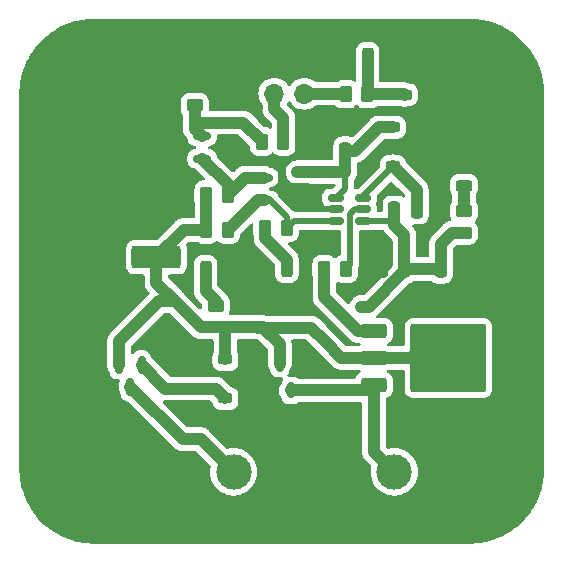
<source format=gbr>
%TF.GenerationSoftware,KiCad,Pcbnew,7.0.5*%
%TF.CreationDate,2023-11-06T15:38:15-08:00*%
%TF.ProjectId,HighSideSwitchModule,48696768-5369-4646-9553-77697463684d,rev?*%
%TF.SameCoordinates,Original*%
%TF.FileFunction,Copper,L1,Top*%
%TF.FilePolarity,Positive*%
%FSLAX46Y46*%
G04 Gerber Fmt 4.6, Leading zero omitted, Abs format (unit mm)*
G04 Created by KiCad (PCBNEW 7.0.5) date 2023-11-06 15:38:15*
%MOMM*%
%LPD*%
G01*
G04 APERTURE LIST*
G04 Aperture macros list*
%AMRoundRect*
0 Rectangle with rounded corners*
0 $1 Rounding radius*
0 $2 $3 $4 $5 $6 $7 $8 $9 X,Y pos of 4 corners*
0 Add a 4 corners polygon primitive as box body*
4,1,4,$2,$3,$4,$5,$6,$7,$8,$9,$2,$3,0*
0 Add four circle primitives for the rounded corners*
1,1,$1+$1,$2,$3*
1,1,$1+$1,$4,$5*
1,1,$1+$1,$6,$7*
1,1,$1+$1,$8,$9*
0 Add four rect primitives between the rounded corners*
20,1,$1+$1,$2,$3,$4,$5,0*
20,1,$1+$1,$4,$5,$6,$7,0*
20,1,$1+$1,$6,$7,$8,$9,0*
20,1,$1+$1,$8,$9,$2,$3,0*%
G04 Aperture macros list end*
%TA.AperFunction,SMDPad,CuDef*%
%ADD10RoundRect,0.250000X-0.262500X-0.450000X0.262500X-0.450000X0.262500X0.450000X-0.262500X0.450000X0*%
%TD*%
%TA.AperFunction,SMDPad,CuDef*%
%ADD11RoundRect,0.250000X0.450000X-0.262500X0.450000X0.262500X-0.450000X0.262500X-0.450000X-0.262500X0*%
%TD*%
%TA.AperFunction,SMDPad,CuDef*%
%ADD12RoundRect,0.150000X-0.587500X-0.150000X0.587500X-0.150000X0.587500X0.150000X-0.587500X0.150000X0*%
%TD*%
%TA.AperFunction,SMDPad,CuDef*%
%ADD13RoundRect,0.250000X-0.250000X-0.475000X0.250000X-0.475000X0.250000X0.475000X-0.250000X0.475000X0*%
%TD*%
%TA.AperFunction,SMDPad,CuDef*%
%ADD14RoundRect,0.150000X-0.150000X0.587500X-0.150000X-0.587500X0.150000X-0.587500X0.150000X0.587500X0*%
%TD*%
%TA.AperFunction,ComponentPad*%
%ADD15C,5.600000*%
%TD*%
%TA.AperFunction,SMDPad,CuDef*%
%ADD16RoundRect,0.225000X0.375000X-0.225000X0.375000X0.225000X-0.375000X0.225000X-0.375000X-0.225000X0*%
%TD*%
%TA.AperFunction,SMDPad,CuDef*%
%ADD17RoundRect,0.150000X-0.150000X0.512500X-0.150000X-0.512500X0.150000X-0.512500X0.150000X0.512500X0*%
%TD*%
%TA.AperFunction,SMDPad,CuDef*%
%ADD18RoundRect,0.250000X-0.450000X0.262500X-0.450000X-0.262500X0.450000X-0.262500X0.450000X0.262500X0*%
%TD*%
%TA.AperFunction,SMDPad,CuDef*%
%ADD19RoundRect,0.243750X-0.243750X-0.456250X0.243750X-0.456250X0.243750X0.456250X-0.243750X0.456250X0*%
%TD*%
%TA.AperFunction,SMDPad,CuDef*%
%ADD20RoundRect,0.250000X0.262500X0.450000X-0.262500X0.450000X-0.262500X-0.450000X0.262500X-0.450000X0*%
%TD*%
%TA.AperFunction,SMDPad,CuDef*%
%ADD21RoundRect,0.250000X1.825000X0.700000X-1.825000X0.700000X-1.825000X-0.700000X1.825000X-0.700000X0*%
%TD*%
%TA.AperFunction,ComponentPad*%
%ADD22R,3.000000X3.000000*%
%TD*%
%TA.AperFunction,ComponentPad*%
%ADD23C,3.000000*%
%TD*%
%TA.AperFunction,SMDPad,CuDef*%
%ADD24RoundRect,0.225000X-0.375000X0.225000X-0.375000X-0.225000X0.375000X-0.225000X0.375000X0.225000X0*%
%TD*%
%TA.AperFunction,SMDPad,CuDef*%
%ADD25RoundRect,0.250000X0.250000X0.475000X-0.250000X0.475000X-0.250000X-0.475000X0.250000X-0.475000X0*%
%TD*%
%TA.AperFunction,SMDPad,CuDef*%
%ADD26RoundRect,0.250000X0.475000X-0.250000X0.475000X0.250000X-0.475000X0.250000X-0.475000X-0.250000X0*%
%TD*%
%TA.AperFunction,SMDPad,CuDef*%
%ADD27RoundRect,0.243750X-0.456250X0.243750X-0.456250X-0.243750X0.456250X-0.243750X0.456250X0.243750X0*%
%TD*%
%TA.AperFunction,SMDPad,CuDef*%
%ADD28RoundRect,0.243750X0.243750X0.456250X-0.243750X0.456250X-0.243750X-0.456250X0.243750X-0.456250X0*%
%TD*%
%TA.AperFunction,ComponentPad*%
%ADD29R,1.700000X1.700000*%
%TD*%
%TA.AperFunction,ComponentPad*%
%ADD30O,1.700000X1.700000*%
%TD*%
%TA.AperFunction,SMDPad,CuDef*%
%ADD31RoundRect,0.250000X-0.850000X-0.350000X0.850000X-0.350000X0.850000X0.350000X-0.850000X0.350000X0*%
%TD*%
%TA.AperFunction,SMDPad,CuDef*%
%ADD32RoundRect,0.250000X-1.275000X-1.125000X1.275000X-1.125000X1.275000X1.125000X-1.275000X1.125000X0*%
%TD*%
%TA.AperFunction,SMDPad,CuDef*%
%ADD33RoundRect,0.249997X-2.950003X-2.650003X2.950003X-2.650003X2.950003X2.650003X-2.950003X2.650003X0*%
%TD*%
%TA.AperFunction,SMDPad,CuDef*%
%ADD34RoundRect,0.150000X-0.512500X-0.150000X0.512500X-0.150000X0.512500X0.150000X-0.512500X0.150000X0*%
%TD*%
%TA.AperFunction,ViaPad*%
%ADD35C,0.700000*%
%TD*%
%TA.AperFunction,Conductor*%
%ADD36C,1.000000*%
%TD*%
%TA.AperFunction,Conductor*%
%ADD37C,0.500000*%
%TD*%
G04 APERTURE END LIST*
D10*
%TO.P,R5,1*%
%TO.N,+12V*%
X149187500Y-68700000D03*
%TO.P,R5,2*%
%TO.N,Net-(Q2-S)*%
X151012500Y-68700000D03*
%TD*%
D11*
%TO.P,R4,1*%
%TO.N,Net-(Q1-G)*%
X148200000Y-58125000D03*
%TO.P,R4,2*%
%TO.N,GND*%
X148200000Y-56300000D03*
%TD*%
D10*
%TO.P,R3,1*%
%TO.N,+12V*%
X149187500Y-65700000D03*
%TO.P,R3,2*%
%TO.N,Net-(Q1-S)*%
X151012500Y-65700000D03*
%TD*%
%TO.P,R2,1*%
%TO.N,Net-(Q1-G)*%
X153887500Y-61200000D03*
%TO.P,R2,2*%
%TO.N,/HighSideGate/IN*%
X155712500Y-61200000D03*
%TD*%
D12*
%TO.P,Q2,1,G*%
%TO.N,Net-(Q1-S)*%
X154025000Y-64250000D03*
%TO.P,Q2,2,S*%
%TO.N,Net-(Q2-S)*%
X154025000Y-66150000D03*
%TO.P,Q2,3,D*%
%TO.N,GND*%
X155900000Y-65200000D03*
%TD*%
%TO.P,Q1,1,G*%
%TO.N,Net-(Q1-G)*%
X148825000Y-60750000D03*
%TO.P,Q1,2,S*%
%TO.N,Net-(Q1-S)*%
X148825000Y-62650000D03*
%TO.P,Q1,3,D*%
%TO.N,GND*%
X150700000Y-61700000D03*
%TD*%
D13*
%TO.P,C6,1*%
%TO.N,Net-(D8-A)*%
X169050000Y-72000000D03*
%TO.P,C6,2*%
%TO.N,GND*%
X170950000Y-72000000D03*
%TD*%
D14*
%TO.P,Q3,1,G*%
%TO.N,Net-(D19-A)*%
X143700000Y-80100000D03*
%TO.P,Q3,2,S*%
%TO.N,+12V*%
X141800000Y-80100000D03*
%TO.P,Q3,3,D*%
%TO.N,Net-(J7-Pin_2)*%
X142750000Y-81975000D03*
%TD*%
D15*
%TO.P,J1,1,Pin_1*%
%TO.N,GND*%
X139700000Y-57150000D03*
%TD*%
D16*
%TO.P,D3,1,K*%
%TO.N,Net-(D2-A)*%
X166000000Y-57250000D03*
%TO.P,D3,2,A*%
%TO.N,GND*%
X166000000Y-53950000D03*
%TD*%
D17*
%TO.P,D8,1,K*%
%TO.N,GND*%
X157300000Y-80000000D03*
%TO.P,D8,2,K*%
%TO.N,+12V*%
X155400000Y-80000000D03*
%TO.P,D8,3,A*%
%TO.N,Net-(D8-A)*%
X156350000Y-82275000D03*
%TD*%
D18*
%TO.P,R47,1*%
%TO.N,Net-(D21-A)*%
X150000000Y-75087500D03*
%TO.P,R47,2*%
%TO.N,+12V*%
X150000000Y-76912500D03*
%TD*%
D19*
%TO.P,D2,2,A*%
%TO.N,Net-(D2-A)*%
X162837500Y-54000000D03*
%TO.P,D2,1,K*%
%TO.N,GND*%
X160962500Y-54000000D03*
%TD*%
D15*
%TO.P,J3,1,Pin_1*%
%TO.N,GND*%
X139700000Y-88900000D03*
%TD*%
D20*
%TO.P,R1,1*%
%TO.N,Net-(D2-A)*%
X162812500Y-57200000D03*
%TO.P,R1,2*%
%TO.N,Net-(J5-Pin_3)*%
X160987500Y-57200000D03*
%TD*%
D10*
%TO.P,R19,1*%
%TO.N,Net-(Q5-G)*%
X159175000Y-72000000D03*
%TO.P,R19,2*%
%TO.N,Net-(U3-HO)*%
X161000000Y-72000000D03*
%TD*%
D21*
%TO.P,C15,1*%
%TO.N,+12V*%
X144950000Y-71000000D03*
%TO.P,C15,2*%
%TO.N,GND*%
X138000000Y-71000000D03*
%TD*%
D18*
%TO.P,R45,1*%
%TO.N,GND*%
X147700000Y-80287500D03*
%TO.P,R45,2*%
%TO.N,Net-(D19-A)*%
X147700000Y-82112500D03*
%TD*%
D15*
%TO.P,J4,1,Pin_1*%
%TO.N,GND*%
X171450000Y-88900000D03*
%TD*%
D22*
%TO.P,J6,1,Pin_1*%
%TO.N,GND*%
X160020000Y-89174500D03*
D23*
%TO.P,J6,2,Pin_2*%
%TO.N,Net-(D8-A)*%
X165100000Y-89174500D03*
%TD*%
D10*
%TO.P,R17,1*%
%TO.N,Net-(D1-A)*%
X154187500Y-68500000D03*
%TO.P,R17,2*%
%TO.N,Net-(Q2-S)*%
X156012500Y-68500000D03*
%TD*%
D15*
%TO.P,J2,1,Pin_1*%
%TO.N,GND*%
X171450000Y-57150000D03*
%TD*%
D24*
%TO.P,D19,1,K*%
%TO.N,+12V*%
X150800000Y-79650000D03*
%TO.P,D19,2,A*%
%TO.N,Net-(D19-A)*%
X150800000Y-82950000D03*
%TD*%
D22*
%TO.P,J7,1,Pin_1*%
%TO.N,GND*%
X146408000Y-89174500D03*
D23*
%TO.P,J7,2,Pin_2*%
%TO.N,Net-(J7-Pin_2)*%
X151488000Y-89174500D03*
%TD*%
D25*
%TO.P,C5,1*%
%TO.N,Net-(D8-A)*%
X165950000Y-72000000D03*
%TO.P,C5,2*%
%TO.N,GND*%
X164050000Y-72000000D03*
%TD*%
D26*
%TO.P,C17,1*%
%TO.N,+12V*%
X154000000Y-76950000D03*
%TO.P,C17,2*%
%TO.N,GND*%
X154000000Y-75050000D03*
%TD*%
D27*
%TO.P,D9,1,K*%
%TO.N,GND*%
X171000000Y-63062500D03*
%TO.P,D9,2,A*%
%TO.N,Net-(D9-A)*%
X171000000Y-64937500D03*
%TD*%
D18*
%TO.P,R20,1*%
%TO.N,Net-(D9-A)*%
X171000000Y-67087500D03*
%TO.P,R20,2*%
%TO.N,Net-(D8-A)*%
X171000000Y-68912500D03*
%TD*%
D25*
%TO.P,C2,1*%
%TO.N,+12V*%
X160950000Y-62000000D03*
%TO.P,C2,2*%
%TO.N,GND*%
X159050000Y-62000000D03*
%TD*%
D28*
%TO.P,D21,1,K*%
%TO.N,GND*%
X151000000Y-72000000D03*
%TO.P,D21,2,A*%
%TO.N,Net-(D21-A)*%
X149125000Y-72000000D03*
%TD*%
D29*
%TO.P,J5,1,Pin_1*%
%TO.N,GND*%
X152400000Y-57150000D03*
D30*
%TO.P,J5,2,Pin_2*%
%TO.N,/HighSideGate/IN*%
X154940000Y-57150000D03*
%TO.P,J5,3,Pin_3*%
%TO.N,Net-(J5-Pin_3)*%
X157480000Y-57150000D03*
%TD*%
D25*
%TO.P,C3,1*%
%TO.N,Net-(D7-K)*%
X167000000Y-67000000D03*
%TO.P,C3,2*%
%TO.N,Net-(D8-A)*%
X165100000Y-67000000D03*
%TD*%
D16*
%TO.P,D7,1,K*%
%TO.N,Net-(D7-K)*%
X165000000Y-63300000D03*
%TO.P,D7,2,A*%
%TO.N,+12V*%
X165000000Y-60000000D03*
%TD*%
D19*
%TO.P,D1,1,K*%
%TO.N,GND*%
X154125000Y-72000000D03*
%TO.P,D1,2,A*%
%TO.N,Net-(D1-A)*%
X156000000Y-72000000D03*
%TD*%
D31*
%TO.P,Q5,1,G*%
%TO.N,Net-(Q5-G)*%
X163375000Y-77245000D03*
%TO.P,Q5,2,D*%
%TO.N,+12V*%
X163375000Y-79525000D03*
D32*
X168000000Y-78000000D03*
X168000000Y-81050000D03*
D33*
X169675000Y-79525000D03*
D32*
X171350000Y-78000000D03*
X171350000Y-81050000D03*
D31*
%TO.P,Q5,3,S*%
%TO.N,Net-(D8-A)*%
X163375000Y-81805000D03*
%TD*%
D34*
%TO.P,U3,1,V_{CC}*%
%TO.N,+12V*%
X160173000Y-66000000D03*
%TO.P,U3,2,COM*%
%TO.N,GND*%
X160173000Y-66950000D03*
%TO.P,U3,3,IN*%
%TO.N,Net-(Q2-S)*%
X160173000Y-67900000D03*
%TO.P,U3,4,VS*%
%TO.N,Net-(D8-A)*%
X162448000Y-67900000D03*
%TO.P,U3,5,HO*%
%TO.N,Net-(U3-HO)*%
X162448000Y-66950000D03*
%TO.P,U3,6,VB*%
%TO.N,Net-(D7-K)*%
X162448000Y-66000000D03*
%TD*%
D35*
%TO.N,GND*%
X147400000Y-73100000D03*
X147100000Y-83800000D03*
X161600000Y-84100000D03*
X165600000Y-83800000D03*
X165900000Y-75400000D03*
X167500000Y-70200000D03*
X146300000Y-59500000D03*
X147300000Y-66600000D03*
X158400000Y-69400000D03*
X157500000Y-75100000D03*
X152800000Y-78800000D03*
X162500000Y-63800000D03*
X164800000Y-65300000D03*
X163400000Y-70200000D03*
X158400000Y-79900000D03*
X147500000Y-79300000D03*
X138000000Y-73700000D03*
X152600000Y-72000000D03*
X152200000Y-61800000D03*
X157600000Y-62300000D03*
X157800000Y-65300000D03*
%TO.N,+12V*%
X149187500Y-67200000D03*
X156900000Y-63800000D03*
%TO.N,Net-(D8-A)*%
X162300000Y-75200000D03*
X161100000Y-82275000D03*
%TD*%
D36*
%TO.N,Net-(D2-A)*%
X165950000Y-57200000D02*
X166000000Y-57250000D01*
X162812500Y-57200000D02*
X165950000Y-57200000D01*
X162837500Y-57175000D02*
X162812500Y-57200000D01*
X162837500Y-54000000D02*
X162837500Y-57175000D01*
%TO.N,Net-(J5-Pin_3)*%
X160937500Y-57150000D02*
X160987500Y-57200000D01*
X157480000Y-57150000D02*
X160937500Y-57150000D01*
%TO.N,+12V*%
X144950000Y-73150000D02*
X146500000Y-74700000D01*
X144950000Y-71000000D02*
X144950000Y-73150000D01*
D37*
%TO.N,Net-(Q2-S)*%
X154550000Y-66150000D02*
X156012500Y-67612500D01*
X156012500Y-67612500D02*
X156012500Y-68500000D01*
X154025000Y-66150000D02*
X154550000Y-66150000D01*
D36*
%TO.N,+12V*%
X156900000Y-63800000D02*
X160950000Y-63800000D01*
X163800000Y-60000000D02*
X165000000Y-60000000D01*
X160950000Y-62000000D02*
X161800000Y-62000000D01*
X161800000Y-62000000D02*
X163800000Y-60000000D01*
%TO.N,Net-(D9-A)*%
X171000000Y-64937500D02*
X171000000Y-67087500D01*
%TO.N,GND*%
X172037500Y-63062500D02*
X174700000Y-60400000D01*
X171000000Y-63062500D02*
X172037500Y-63062500D01*
X175300000Y-61000000D02*
X174700000Y-60400000D01*
X174700000Y-60400000D02*
X171450000Y-57150000D01*
X170950000Y-72000000D02*
X175100000Y-72000000D01*
X175300000Y-71800000D02*
X175300000Y-61000000D01*
X175300000Y-85050000D02*
X175300000Y-71800000D01*
X175100000Y-72000000D02*
X175300000Y-71800000D01*
X164050000Y-70850000D02*
X163400000Y-70200000D01*
X164050000Y-72000000D02*
X164050000Y-70850000D01*
X158300000Y-80000000D02*
X158400000Y-79900000D01*
X157300000Y-80000000D02*
X158300000Y-80000000D01*
X147700000Y-79500000D02*
X147500000Y-79300000D01*
X147700000Y-80287500D02*
X147700000Y-79500000D01*
X138000000Y-73700000D02*
X138000000Y-87200000D01*
X138000000Y-71000000D02*
X138000000Y-73700000D01*
X151000000Y-72000000D02*
X154125000Y-72000000D01*
X150800000Y-61800000D02*
X150700000Y-61700000D01*
X152200000Y-61800000D02*
X150800000Y-61800000D01*
X158750000Y-62300000D02*
X159050000Y-62000000D01*
X157600000Y-62300000D02*
X158750000Y-62300000D01*
X157700000Y-65200000D02*
X157800000Y-65300000D01*
X155900000Y-65200000D02*
X157700000Y-65200000D01*
%TO.N,+12V*%
X149187500Y-65700000D02*
X149187500Y-67200000D01*
X149187500Y-67200000D02*
X149187500Y-68700000D01*
X160950000Y-62000000D02*
X160950000Y-63800000D01*
D37*
X160950000Y-63800000D02*
X160950000Y-65223000D01*
X160950000Y-65223000D02*
X160173000Y-66000000D01*
%TO.N,GND*%
X157650000Y-66950000D02*
X155900000Y-65200000D01*
X160173000Y-66950000D02*
X157650000Y-66950000D01*
%TO.N,Net-(Q2-S)*%
X160173000Y-67900000D02*
X156612500Y-67900000D01*
X156612500Y-67900000D02*
X156012500Y-68500000D01*
%TO.N,Net-(U3-HO)*%
X161335500Y-67364500D02*
X161335500Y-71664500D01*
X161335500Y-71664500D02*
X161000000Y-72000000D01*
X161750000Y-66950000D02*
X161335500Y-67364500D01*
X162448000Y-66950000D02*
X161750000Y-66950000D01*
%TO.N,Net-(D8-A)*%
X164700000Y-67900000D02*
X165100000Y-68300000D01*
X162448000Y-67900000D02*
X164700000Y-67900000D01*
%TO.N,Net-(D7-K)*%
X162448000Y-65852000D02*
X165000000Y-63300000D01*
X162448000Y-66000000D02*
X162448000Y-65852000D01*
D36*
X167000000Y-67000000D02*
X167000000Y-65300000D01*
X167000000Y-65300000D02*
X165000000Y-63300000D01*
%TO.N,Net-(D8-A)*%
X165950000Y-69150000D02*
X165950000Y-72000000D01*
X165100000Y-68300000D02*
X165950000Y-69150000D01*
X165100000Y-67000000D02*
X165100000Y-68300000D01*
X169050000Y-69850000D02*
X169050000Y-72000000D01*
X169987500Y-68912500D02*
X169050000Y-69850000D01*
X171000000Y-68912500D02*
X169987500Y-68912500D01*
X165950000Y-72000000D02*
X169050000Y-72000000D01*
X161100000Y-82275000D02*
X162905000Y-82275000D01*
X156350000Y-82275000D02*
X161100000Y-82275000D01*
X162918503Y-75200000D02*
X162300000Y-75200000D01*
X165950000Y-72168503D02*
X162918503Y-75200000D01*
X165950000Y-72000000D02*
X165950000Y-72168503D01*
%TO.N,Net-(Q5-G)*%
X159175000Y-74375000D02*
X159175000Y-72000000D01*
X162045000Y-77245000D02*
X159175000Y-74375000D01*
X163375000Y-77245000D02*
X162045000Y-77245000D01*
%TO.N,Net-(D8-A)*%
X163375000Y-87449500D02*
X165100000Y-89174500D01*
X163375000Y-81805000D02*
X163375000Y-87449500D01*
X162905000Y-82275000D02*
X163375000Y-81805000D01*
%TO.N,+12V*%
X155400000Y-78350000D02*
X154000000Y-76950000D01*
X155400000Y-80000000D02*
X155400000Y-78350000D01*
X145200000Y-74700000D02*
X146500000Y-74700000D01*
X141800000Y-78100000D02*
X145200000Y-74700000D01*
X141800000Y-80100000D02*
X141800000Y-78100000D01*
X150800000Y-77012500D02*
X150900000Y-76912500D01*
X150800000Y-79650000D02*
X150800000Y-77012500D01*
X150900000Y-76912500D02*
X153962500Y-76912500D01*
X150000000Y-76912500D02*
X150900000Y-76912500D01*
%TO.N,Net-(D19-A)*%
X147700000Y-82112500D02*
X149962500Y-82112500D01*
X149962500Y-82112500D02*
X150800000Y-82950000D01*
X145712500Y-82112500D02*
X147700000Y-82112500D01*
X143700000Y-80100000D02*
X145712500Y-82112500D01*
%TO.N,Net-(J7-Pin_2)*%
X147175000Y-86400000D02*
X148713500Y-86400000D01*
X142750000Y-81975000D02*
X147175000Y-86400000D01*
X148713500Y-86400000D02*
X151488000Y-89174500D01*
%TO.N,+12V*%
X159200000Y-78100000D02*
X160625000Y-79525000D01*
X158050000Y-76950000D02*
X159200000Y-78100000D01*
%TO.N,Net-(D21-A)*%
X149125000Y-73825000D02*
X149125000Y-72000000D01*
X150000000Y-74700000D02*
X149125000Y-73825000D01*
X150000000Y-75087500D02*
X150000000Y-74700000D01*
%TO.N,GND*%
X154125000Y-72000000D02*
X154125000Y-74925000D01*
X154125000Y-74925000D02*
X154000000Y-75050000D01*
%TO.N,Net-(D1-A)*%
X156000000Y-71200000D02*
X156000000Y-72000000D01*
X154187500Y-68500000D02*
X154187500Y-69387500D01*
X154187500Y-69387500D02*
X156000000Y-71200000D01*
%TO.N,+12V*%
X163375000Y-79525000D02*
X166475000Y-79525000D01*
X166475000Y-79525000D02*
X168000000Y-78000000D01*
X160625000Y-79525000D02*
X163375000Y-79525000D01*
X154000000Y-76950000D02*
X158050000Y-76950000D01*
X153962500Y-76912500D02*
X154000000Y-76950000D01*
X148712500Y-76912500D02*
X150000000Y-76912500D01*
X146500000Y-74700000D02*
X148712500Y-76912500D01*
X149187500Y-68700000D02*
X147250000Y-68700000D01*
X147250000Y-68700000D02*
X144950000Y-71000000D01*
%TO.N,Net-(Q2-S)*%
X153562500Y-66150000D02*
X151012500Y-68700000D01*
X154025000Y-66150000D02*
X153562500Y-66150000D01*
%TO.N,Net-(Q1-S)*%
X152462500Y-64250000D02*
X154025000Y-64250000D01*
X151012500Y-65700000D02*
X152462500Y-64250000D01*
X151012500Y-64837500D02*
X151012500Y-65700000D01*
X148825000Y-62650000D02*
X151012500Y-64837500D01*
%TO.N,Net-(Q1-G)*%
X153887500Y-61187500D02*
X153887500Y-61200000D01*
X152300000Y-59600000D02*
X153887500Y-61187500D01*
X148200000Y-59600000D02*
X152300000Y-59600000D01*
X148200000Y-58125000D02*
X148200000Y-59600000D01*
X148200000Y-59600000D02*
X148200000Y-60125000D01*
X148200000Y-60125000D02*
X148825000Y-60750000D01*
%TO.N,/HighSideGate/IN*%
X155712500Y-59212500D02*
X155712500Y-61200000D01*
X154940000Y-58440000D02*
X155712500Y-59212500D01*
X154940000Y-57150000D02*
X154940000Y-58440000D01*
%TO.N,GND*%
X160962500Y-52162500D02*
X160800000Y-52000000D01*
X160962500Y-54000000D02*
X160962500Y-52162500D01*
X160800000Y-52000000D02*
X166300000Y-52000000D01*
X155300000Y-52000000D02*
X160800000Y-52000000D01*
X166000000Y-53950000D02*
X166000000Y-53000000D01*
X166000000Y-53000000D02*
X166650000Y-52350000D01*
X166650000Y-52350000D02*
X171450000Y-57150000D01*
X166300000Y-52000000D02*
X166650000Y-52350000D01*
X152400000Y-54900000D02*
X155300000Y-52000000D01*
X152400000Y-57150000D02*
X152400000Y-54900000D01*
X171450000Y-88900000D02*
X175300000Y-85050000D01*
X171450000Y-90550000D02*
X171450000Y-88900000D01*
X168800000Y-93200000D02*
X171450000Y-90550000D01*
X162500000Y-93200000D02*
X168800000Y-93200000D01*
X160020000Y-90720000D02*
X162500000Y-93200000D01*
X160020000Y-89174500D02*
X160020000Y-90720000D01*
X160020000Y-90880000D02*
X160020000Y-89174500D01*
X150333500Y-93100000D02*
X157800000Y-93100000D01*
X146408000Y-89174500D02*
X150333500Y-93100000D01*
X157800000Y-93100000D02*
X160020000Y-90880000D01*
X139700000Y-88900000D02*
X146133500Y-88900000D01*
X146133500Y-88900000D02*
X146408000Y-89174500D01*
X138000000Y-87200000D02*
X139700000Y-88900000D01*
X137700000Y-70700000D02*
X138000000Y-71000000D01*
X139700000Y-57150000D02*
X137700000Y-59150000D01*
X137700000Y-59150000D02*
X137700000Y-70700000D01*
X140550000Y-56300000D02*
X139700000Y-57150000D01*
X148200000Y-56300000D02*
X140550000Y-56300000D01*
X150600000Y-56300000D02*
X148200000Y-56300000D01*
X151450000Y-57150000D02*
X150600000Y-56300000D01*
X152400000Y-57150000D02*
X151450000Y-57150000D01*
%TD*%
%TA.AperFunction,Conductor*%
%TO.N,GND*%
G36*
X157651256Y-77970185D02*
G01*
X157671898Y-77986819D01*
X159908005Y-80222926D01*
X159909070Y-80224017D01*
X159966500Y-80284433D01*
X159969940Y-80288052D01*
X159969947Y-80288058D01*
X159990610Y-80302439D01*
X160020295Y-80323100D01*
X160024050Y-80325932D01*
X160026640Y-80328044D01*
X160071593Y-80364698D01*
X160102045Y-80380604D01*
X160108756Y-80384671D01*
X160136951Y-80404295D01*
X160193332Y-80428490D01*
X160197567Y-80430501D01*
X160251951Y-80458909D01*
X160284973Y-80468356D01*
X160292365Y-80470989D01*
X160323940Y-80484539D01*
X160323941Y-80484540D01*
X160337054Y-80487234D01*
X160384055Y-80496892D01*
X160388595Y-80498006D01*
X160447582Y-80514886D01*
X160481841Y-80517494D01*
X160489609Y-80518585D01*
X160523255Y-80525500D01*
X160523259Y-80525500D01*
X160584601Y-80525500D01*
X160589308Y-80525678D01*
X160625651Y-80528446D01*
X160650475Y-80530337D01*
X160650475Y-80530336D01*
X160650476Y-80530337D01*
X160684559Y-80525996D01*
X160692389Y-80525500D01*
X162114868Y-80525500D01*
X162179966Y-80543962D01*
X162205095Y-80559462D01*
X162251819Y-80611410D01*
X162263040Y-80680373D01*
X162235196Y-80744455D01*
X162205094Y-80770538D01*
X162201269Y-80772898D01*
X162056342Y-80862289D01*
X161932289Y-80986342D01*
X161840187Y-81135663D01*
X161840185Y-81135668D01*
X161834455Y-81152960D01*
X161824606Y-81182685D01*
X161822346Y-81189504D01*
X161782573Y-81246949D01*
X161718057Y-81273772D01*
X161704640Y-81274500D01*
X156983100Y-81274500D01*
X156916061Y-81254815D01*
X156907099Y-81248479D01*
X156901863Y-81244417D01*
X156764192Y-81163000D01*
X156760398Y-81160756D01*
X156760397Y-81160755D01*
X156760396Y-81160755D01*
X156760393Y-81160754D01*
X156602573Y-81114902D01*
X156602567Y-81114901D01*
X156565701Y-81112000D01*
X156565694Y-81112000D01*
X156167895Y-81112000D01*
X156100856Y-81092315D01*
X156055101Y-81039511D01*
X156045157Y-80970353D01*
X156065671Y-80922003D01*
X156064110Y-80921080D01*
X156078026Y-80897548D01*
X156151744Y-80772898D01*
X156186180Y-80654369D01*
X156196731Y-80618055D01*
X156214031Y-80581814D01*
X156279295Y-80488049D01*
X156359540Y-80301058D01*
X156400500Y-80101741D01*
X156400500Y-78363491D01*
X156400520Y-78361921D01*
X156402757Y-78273641D01*
X156402756Y-78273640D01*
X156402757Y-78273637D01*
X156391933Y-78213249D01*
X156391280Y-78208587D01*
X156385374Y-78150511D01*
X156385074Y-78147562D01*
X156374784Y-78114768D01*
X156372918Y-78107159D01*
X156370981Y-78096355D01*
X156378543Y-78026896D01*
X156422456Y-77972551D01*
X156488779Y-77950573D01*
X156493041Y-77950500D01*
X157584217Y-77950500D01*
X157651256Y-77970185D01*
G37*
%TD.AperFunction*%
%TA.AperFunction,Conductor*%
G36*
X153093834Y-68136099D02*
G01*
X153149767Y-68177971D01*
X153174184Y-68243435D01*
X153174500Y-68252281D01*
X153174500Y-69000001D01*
X153174501Y-69000019D01*
X153185689Y-69109533D01*
X153185339Y-69109568D01*
X153187000Y-69125259D01*
X153187000Y-69374006D01*
X153186980Y-69375576D01*
X153184743Y-69463862D01*
X153184743Y-69463870D01*
X153195564Y-69524239D01*
X153196218Y-69528904D01*
X153202425Y-69589930D01*
X153202427Y-69589944D01*
X153212708Y-69622713D01*
X153214579Y-69630337D01*
X153220642Y-69664152D01*
X153220642Y-69664155D01*
X153230965Y-69689998D01*
X153243023Y-69720185D01*
X153243394Y-69721112D01*
X153244974Y-69725551D01*
X153263341Y-69784088D01*
X153263344Y-69784095D01*
X153280009Y-69814119D01*
X153283379Y-69821214D01*
X153296122Y-69853114D01*
X153296127Y-69853124D01*
X153329877Y-69904333D01*
X153332318Y-69908363D01*
X153362088Y-69961998D01*
X153362089Y-69961999D01*
X153362091Y-69962002D01*
X153384468Y-69988067D01*
X153389193Y-69994335D01*
X153390630Y-69996515D01*
X153408098Y-70023019D01*
X153451478Y-70066399D01*
X153454669Y-70069843D01*
X153494631Y-70116392D01*
X153494630Y-70116392D01*
X153521799Y-70137423D01*
X153527686Y-70142607D01*
X154308425Y-70923345D01*
X154963181Y-71578101D01*
X154996666Y-71639424D01*
X154999500Y-71665782D01*
X154999500Y-72050743D01*
X155011682Y-72170535D01*
X155012000Y-72176812D01*
X155012000Y-72505855D01*
X155022413Y-72607776D01*
X155077137Y-72772922D01*
X155077142Y-72772933D01*
X155168471Y-72920999D01*
X155168474Y-72921003D01*
X155291496Y-73044025D01*
X155291500Y-73044028D01*
X155439566Y-73135357D01*
X155439569Y-73135358D01*
X155439575Y-73135362D01*
X155604725Y-73190087D01*
X155706652Y-73200500D01*
X155706657Y-73200500D01*
X156293343Y-73200500D01*
X156293348Y-73200500D01*
X156395275Y-73190087D01*
X156560425Y-73135362D01*
X156708503Y-73044026D01*
X156831526Y-72921003D01*
X156922862Y-72772925D01*
X156977587Y-72607775D01*
X156988000Y-72505848D01*
X156988000Y-72175176D01*
X156990538Y-72150216D01*
X157000500Y-72101741D01*
X157000500Y-71213475D01*
X157000520Y-71211904D01*
X157002757Y-71123641D01*
X157002756Y-71123640D01*
X157002757Y-71123637D01*
X156991933Y-71063249D01*
X156991280Y-71058587D01*
X156985074Y-70997563D01*
X156982166Y-70988294D01*
X156974784Y-70964768D01*
X156972917Y-70957155D01*
X156972705Y-70955974D01*
X156966858Y-70923347D01*
X156944100Y-70866374D01*
X156942521Y-70861938D01*
X156933490Y-70833155D01*
X156924159Y-70803412D01*
X156924158Y-70803410D01*
X156924157Y-70803407D01*
X156907488Y-70773378D01*
X156904117Y-70766278D01*
X156891378Y-70734386D01*
X156891377Y-70734383D01*
X156857620Y-70683163D01*
X156855180Y-70679134D01*
X156844379Y-70659675D01*
X156825409Y-70625498D01*
X156825407Y-70625495D01*
X156803033Y-70599434D01*
X156798302Y-70593159D01*
X156779402Y-70564481D01*
X156736012Y-70521091D01*
X156732822Y-70517648D01*
X156692867Y-70471106D01*
X156692863Y-70471102D01*
X156665698Y-70450074D01*
X156659803Y-70444882D01*
X156127101Y-69912180D01*
X156093616Y-69850857D01*
X156098600Y-69781165D01*
X156140472Y-69725232D01*
X156205936Y-69700815D01*
X156214782Y-69700499D01*
X156325002Y-69700499D01*
X156325008Y-69700499D01*
X156427797Y-69689999D01*
X156594334Y-69634814D01*
X156743656Y-69542712D01*
X156867712Y-69418656D01*
X156959814Y-69269334D01*
X157014999Y-69102797D01*
X157025500Y-69000009D01*
X157025500Y-68774499D01*
X157045185Y-68707461D01*
X157097989Y-68661706D01*
X157149500Y-68650500D01*
X159378172Y-68650500D01*
X159412767Y-68655424D01*
X159557926Y-68697597D01*
X159557929Y-68697597D01*
X159557931Y-68697598D01*
X159594806Y-68700500D01*
X160461000Y-68700500D01*
X160528039Y-68720185D01*
X160573794Y-68772989D01*
X160585000Y-68824500D01*
X160585000Y-70720361D01*
X160565315Y-70787400D01*
X160512511Y-70833155D01*
X160500005Y-70838067D01*
X160418166Y-70865186D01*
X160418163Y-70865187D01*
X160268842Y-70957289D01*
X160175181Y-71050951D01*
X160113858Y-71084436D01*
X160044166Y-71079452D01*
X159999819Y-71050951D01*
X159906157Y-70957289D01*
X159906157Y-70957288D01*
X159906156Y-70957288D01*
X159773556Y-70875500D01*
X159756836Y-70865187D01*
X159756831Y-70865185D01*
X159747032Y-70861938D01*
X159590297Y-70810001D01*
X159590295Y-70810000D01*
X159487510Y-70799500D01*
X158862498Y-70799500D01*
X158862480Y-70799501D01*
X158759703Y-70810000D01*
X158759700Y-70810001D01*
X158593168Y-70865185D01*
X158593163Y-70865187D01*
X158443842Y-70957289D01*
X158319789Y-71081342D01*
X158227687Y-71230663D01*
X158227685Y-71230666D01*
X158227686Y-71230666D01*
X158172501Y-71397203D01*
X158172501Y-71397204D01*
X158172500Y-71397204D01*
X158162000Y-71499983D01*
X158162000Y-72500001D01*
X158162001Y-72500019D01*
X158173189Y-72609533D01*
X158172839Y-72609568D01*
X158174500Y-72625259D01*
X158174499Y-74361506D01*
X158174479Y-74363075D01*
X158172243Y-74451361D01*
X158172243Y-74451370D01*
X158181380Y-74502345D01*
X158182238Y-74507134D01*
X158183064Y-74511739D01*
X158183718Y-74516404D01*
X158189925Y-74577430D01*
X158189927Y-74577444D01*
X158200208Y-74610213D01*
X158202079Y-74617837D01*
X158208142Y-74651652D01*
X158208142Y-74651655D01*
X158230894Y-74708612D01*
X158232474Y-74713051D01*
X158250841Y-74771588D01*
X158250844Y-74771595D01*
X158267509Y-74801619D01*
X158270879Y-74808714D01*
X158283622Y-74840614D01*
X158283627Y-74840624D01*
X158317377Y-74891833D01*
X158319818Y-74895863D01*
X158349588Y-74949498D01*
X158349589Y-74949499D01*
X158349591Y-74949502D01*
X158371968Y-74975567D01*
X158376693Y-74981835D01*
X158389263Y-75000906D01*
X158395598Y-75010519D01*
X158438978Y-75053899D01*
X158442169Y-75057343D01*
X158482131Y-75103892D01*
X158482130Y-75103892D01*
X158509299Y-75124923D01*
X158515186Y-75130107D01*
X159940735Y-76555655D01*
X161327986Y-77942906D01*
X161329051Y-77943997D01*
X161380630Y-77998258D01*
X161389940Y-78008052D01*
X161389947Y-78008058D01*
X161417014Y-78026896D01*
X161440303Y-78043106D01*
X161444044Y-78045926D01*
X161491593Y-78084698D01*
X161522045Y-78100604D01*
X161528758Y-78104672D01*
X161556951Y-78124295D01*
X161613329Y-78148489D01*
X161617578Y-78150507D01*
X161671951Y-78178909D01*
X161699489Y-78186788D01*
X161704974Y-78188358D01*
X161712368Y-78190990D01*
X161743942Y-78204540D01*
X161743945Y-78204540D01*
X161743946Y-78204541D01*
X161804022Y-78216887D01*
X161808600Y-78218010D01*
X161822501Y-78221987D01*
X161867582Y-78234887D01*
X161901839Y-78237495D01*
X161909614Y-78238586D01*
X161943255Y-78245500D01*
X161943259Y-78245500D01*
X162004598Y-78245500D01*
X162009304Y-78245678D01*
X162022018Y-78246647D01*
X162070474Y-78250337D01*
X162070474Y-78250336D01*
X162070476Y-78250337D01*
X162099448Y-78246647D01*
X162168436Y-78257703D01*
X162180211Y-78264114D01*
X162205093Y-78279461D01*
X162251818Y-78331408D01*
X162263041Y-78400371D01*
X162235198Y-78464453D01*
X162205094Y-78490538D01*
X162179968Y-78506037D01*
X162179966Y-78506038D01*
X162114868Y-78524500D01*
X161090783Y-78524500D01*
X161023744Y-78504815D01*
X161003102Y-78488181D01*
X159854140Y-77339220D01*
X159854137Y-77339218D01*
X159339899Y-76824980D01*
X158766973Y-76252053D01*
X158765915Y-76250967D01*
X158705061Y-76186949D01*
X158705060Y-76186948D01*
X158705059Y-76186947D01*
X158659161Y-76155001D01*
X158654709Y-76151902D01*
X158650946Y-76149064D01*
X158603413Y-76110305D01*
X158603406Y-76110300D01*
X158572959Y-76094397D01*
X158566251Y-76090334D01*
X158538049Y-76070705D01*
X158538046Y-76070703D01*
X158538045Y-76070703D01*
X158538041Y-76070701D01*
X158481680Y-76046514D01*
X158477424Y-76044493D01*
X158423057Y-76016094D01*
X158423050Y-76016091D01*
X158423049Y-76016091D01*
X158417008Y-76014362D01*
X158390030Y-76006642D01*
X158382630Y-76004008D01*
X158351057Y-75990459D01*
X158351058Y-75990459D01*
X158290966Y-75978109D01*
X158286391Y-75976986D01*
X158227420Y-75960113D01*
X158227425Y-75960113D01*
X158193158Y-75957503D01*
X158185380Y-75956412D01*
X158151742Y-75949500D01*
X158151741Y-75949500D01*
X158090402Y-75949500D01*
X158085695Y-75949321D01*
X158080121Y-75948896D01*
X158024524Y-75944662D01*
X158004589Y-75947201D01*
X157990440Y-75949003D01*
X157982611Y-75949500D01*
X154259330Y-75949500D01*
X154234368Y-75946961D01*
X154212497Y-75942466D01*
X154203475Y-75940612D01*
X154198901Y-75939489D01*
X154139921Y-75922613D01*
X154105658Y-75920003D01*
X154097880Y-75918912D01*
X154064242Y-75912000D01*
X154064241Y-75912000D01*
X154002902Y-75912000D01*
X153998195Y-75911821D01*
X153992621Y-75911396D01*
X153937024Y-75907162D01*
X153917089Y-75909701D01*
X153902940Y-75911503D01*
X153895111Y-75912000D01*
X151207311Y-75912000D01*
X151140272Y-75892315D01*
X151094517Y-75839511D01*
X151084573Y-75770353D01*
X151101771Y-75722905D01*
X151134814Y-75669334D01*
X151189999Y-75502797D01*
X151200500Y-75400009D01*
X151200499Y-74774992D01*
X151189999Y-74672203D01*
X151134814Y-74505666D01*
X151042712Y-74356344D01*
X150918656Y-74232288D01*
X150918652Y-74232285D01*
X150894584Y-74217439D01*
X150851264Y-74172080D01*
X150845006Y-74160806D01*
X150825409Y-74125498D01*
X150803031Y-74099430D01*
X150798301Y-74093157D01*
X150779401Y-74064480D01*
X150757716Y-74042796D01*
X150736019Y-74021099D01*
X150732828Y-74017655D01*
X150692865Y-73971104D01*
X150665694Y-73950072D01*
X150659807Y-73944887D01*
X150291539Y-73576619D01*
X150161819Y-73446898D01*
X150128334Y-73385575D01*
X150125500Y-73359217D01*
X150125500Y-71949256D01*
X150113318Y-71829463D01*
X150113000Y-71823186D01*
X150113000Y-71494157D01*
X150112999Y-71494144D01*
X150102587Y-71392225D01*
X150047862Y-71227075D01*
X150047858Y-71227069D01*
X150047857Y-71227066D01*
X149956528Y-71079000D01*
X149956525Y-71078996D01*
X149833503Y-70955974D01*
X149833499Y-70955971D01*
X149685433Y-70864642D01*
X149685427Y-70864639D01*
X149685425Y-70864638D01*
X149605239Y-70838067D01*
X149520276Y-70809913D01*
X149418355Y-70799500D01*
X149418348Y-70799500D01*
X148831652Y-70799500D01*
X148831644Y-70799500D01*
X148729723Y-70809913D01*
X148564577Y-70864637D01*
X148564566Y-70864642D01*
X148416500Y-70955971D01*
X148416496Y-70955974D01*
X148293474Y-71078996D01*
X148293471Y-71079000D01*
X148202142Y-71227066D01*
X148202137Y-71227077D01*
X148147413Y-71392223D01*
X148137000Y-71494144D01*
X148137000Y-71824821D01*
X148134462Y-71849782D01*
X148124500Y-71898258D01*
X148124500Y-73811506D01*
X148124480Y-73813076D01*
X148122243Y-73901362D01*
X148122243Y-73901370D01*
X148133064Y-73961739D01*
X148133718Y-73966404D01*
X148139925Y-74027430D01*
X148139927Y-74027444D01*
X148150208Y-74060213D01*
X148152079Y-74067837D01*
X148158142Y-74101652D01*
X148158142Y-74101655D01*
X148180894Y-74158612D01*
X148182474Y-74163051D01*
X148200841Y-74221588D01*
X148200844Y-74221595D01*
X148217509Y-74251619D01*
X148220879Y-74258714D01*
X148233622Y-74290614D01*
X148233627Y-74290624D01*
X148267377Y-74341833D01*
X148269818Y-74345863D01*
X148299588Y-74399498D01*
X148299589Y-74399499D01*
X148299591Y-74399502D01*
X148321968Y-74425567D01*
X148326693Y-74431835D01*
X148345597Y-74460518D01*
X148388965Y-74503886D01*
X148392168Y-74507342D01*
X148432135Y-74553896D01*
X148459299Y-74574923D01*
X148465186Y-74580107D01*
X148656668Y-74771588D01*
X148763181Y-74878101D01*
X148796666Y-74939424D01*
X148799500Y-74965782D01*
X148799500Y-75285218D01*
X148779815Y-75352257D01*
X148727011Y-75398012D01*
X148657853Y-75407956D01*
X148594297Y-75378931D01*
X148587819Y-75372899D01*
X147286472Y-74071552D01*
X147286470Y-74071549D01*
X147264920Y-74049999D01*
X147216955Y-74002034D01*
X147215897Y-74000948D01*
X147209665Y-73994392D01*
X147155059Y-73936947D01*
X147155055Y-73936944D01*
X147153606Y-73935935D01*
X147136764Y-73921843D01*
X145986819Y-72771898D01*
X145953334Y-72710575D01*
X145950500Y-72684217D01*
X145950500Y-72574499D01*
X145970185Y-72507460D01*
X146022989Y-72461705D01*
X146074500Y-72450499D01*
X146825002Y-72450499D01*
X146825008Y-72450499D01*
X146927797Y-72439999D01*
X147094334Y-72384814D01*
X147243656Y-72292712D01*
X147367712Y-72168656D01*
X147459814Y-72019334D01*
X147514999Y-71852797D01*
X147525500Y-71750009D01*
X147525499Y-70249992D01*
X147514999Y-70147203D01*
X147465064Y-69996512D01*
X147462663Y-69926686D01*
X147495088Y-69869830D01*
X147628102Y-69736816D01*
X147689424Y-69703334D01*
X147715782Y-69700500D01*
X148362770Y-69700500D01*
X148429809Y-69720185D01*
X148450450Y-69736818D01*
X148456344Y-69742712D01*
X148605666Y-69834814D01*
X148772203Y-69889999D01*
X148874991Y-69900500D01*
X149500008Y-69900499D01*
X149500016Y-69900498D01*
X149500019Y-69900498D01*
X149556302Y-69894748D01*
X149602797Y-69889999D01*
X149769334Y-69834814D01*
X149918656Y-69742712D01*
X150012319Y-69649049D01*
X150073642Y-69615564D01*
X150143334Y-69620548D01*
X150187681Y-69649048D01*
X150281344Y-69742712D01*
X150430666Y-69834814D01*
X150597203Y-69889999D01*
X150699991Y-69900500D01*
X151325008Y-69900499D01*
X151325016Y-69900498D01*
X151325019Y-69900498D01*
X151381302Y-69894748D01*
X151427797Y-69889999D01*
X151594334Y-69834814D01*
X151743656Y-69742712D01*
X151867712Y-69618656D01*
X151959814Y-69469334D01*
X152014999Y-69302797D01*
X152025500Y-69200009D01*
X152025499Y-69153282D01*
X152045182Y-69086245D01*
X152061813Y-69065606D01*
X152962821Y-68164598D01*
X153024142Y-68131115D01*
X153093834Y-68136099D01*
G37*
%TD.AperFunction*%
%TA.AperFunction,Conductor*%
G36*
X164144304Y-68670185D02*
G01*
X164185683Y-68714321D01*
X164192508Y-68726617D01*
X164195879Y-68733714D01*
X164208622Y-68765614D01*
X164208627Y-68765624D01*
X164242377Y-68816833D01*
X164244818Y-68820863D01*
X164274588Y-68874498D01*
X164274589Y-68874499D01*
X164274591Y-68874502D01*
X164296968Y-68900567D01*
X164301693Y-68906835D01*
X164314263Y-68925906D01*
X164320598Y-68935519D01*
X164363978Y-68978899D01*
X164367169Y-68982343D01*
X164407131Y-69028892D01*
X164407134Y-69028895D01*
X164434294Y-69049918D01*
X164440190Y-69055111D01*
X164913181Y-69528102D01*
X164946666Y-69589425D01*
X164949500Y-69615783D01*
X164949500Y-71702720D01*
X164929815Y-71769759D01*
X164913181Y-71790401D01*
X162540402Y-74163181D01*
X162479079Y-74196666D01*
X162452721Y-74199500D01*
X162249257Y-74199500D01*
X162097560Y-74214925D01*
X161903420Y-74275837D01*
X161903405Y-74275844D01*
X161725500Y-74374589D01*
X161725495Y-74374592D01*
X161571106Y-74507132D01*
X161571104Y-74507134D01*
X161446554Y-74668037D01*
X161446553Y-74668040D01*
X161356939Y-74850730D01*
X161351393Y-74872152D01*
X161315532Y-74932117D01*
X161252945Y-74963174D01*
X161183502Y-74955465D01*
X161143671Y-74928750D01*
X160211819Y-73996897D01*
X160178334Y-73935574D01*
X160175500Y-73909216D01*
X160175500Y-73207311D01*
X160195185Y-73140272D01*
X160247989Y-73094517D01*
X160317147Y-73084573D01*
X160364594Y-73101771D01*
X160418166Y-73134814D01*
X160584703Y-73189999D01*
X160687491Y-73200500D01*
X161312508Y-73200499D01*
X161312516Y-73200498D01*
X161312519Y-73200498D01*
X161368802Y-73194748D01*
X161415297Y-73189999D01*
X161581834Y-73134814D01*
X161731156Y-73042712D01*
X161855212Y-72918656D01*
X161947314Y-72769334D01*
X162002499Y-72602797D01*
X162013000Y-72500009D01*
X162012999Y-72017113D01*
X162026188Y-71961464D01*
X162045540Y-71922933D01*
X162045541Y-71922925D01*
X162048012Y-71916140D01*
X162048070Y-71916161D01*
X162050543Y-71909045D01*
X162050486Y-71909026D01*
X162052756Y-71902176D01*
X162062951Y-71852797D01*
X162068118Y-71827772D01*
X162068484Y-71826119D01*
X162086000Y-71752221D01*
X162086000Y-71752217D01*
X162086001Y-71752213D01*
X162086839Y-71745048D01*
X162086898Y-71745054D01*
X162087664Y-71737554D01*
X162087605Y-71737549D01*
X162088234Y-71730359D01*
X162086026Y-71654467D01*
X162086000Y-71652664D01*
X162086000Y-68824500D01*
X162105685Y-68757461D01*
X162158489Y-68711706D01*
X162210000Y-68700500D01*
X163026186Y-68700500D01*
X163026194Y-68700500D01*
X163063069Y-68697598D01*
X163063071Y-68697597D01*
X163063073Y-68697597D01*
X163208233Y-68655424D01*
X163242828Y-68650500D01*
X164077265Y-68650500D01*
X164144304Y-68670185D01*
G37*
%TD.AperFunction*%
%TA.AperFunction,Conductor*%
G36*
X164866557Y-64597323D02*
G01*
X164910901Y-64625822D01*
X165423960Y-65138880D01*
X165963181Y-65678101D01*
X165996666Y-65739424D01*
X165999500Y-65765782D01*
X165999500Y-65821659D01*
X165979815Y-65888698D01*
X165927011Y-65934453D01*
X165857853Y-65944397D01*
X165810404Y-65927198D01*
X165669340Y-65840189D01*
X165669335Y-65840187D01*
X165669334Y-65840186D01*
X165502797Y-65785001D01*
X165502795Y-65785000D01*
X165400010Y-65774500D01*
X164799998Y-65774500D01*
X164799980Y-65774501D01*
X164697203Y-65785000D01*
X164697200Y-65785001D01*
X164530668Y-65840185D01*
X164530663Y-65840187D01*
X164381342Y-65932289D01*
X164257289Y-66056342D01*
X164165187Y-66205663D01*
X164165185Y-66205668D01*
X164140461Y-66280280D01*
X164110001Y-66372203D01*
X164110001Y-66372204D01*
X164110000Y-66372204D01*
X164099500Y-66474983D01*
X164099500Y-67025500D01*
X164079815Y-67092539D01*
X164027011Y-67138294D01*
X163975500Y-67149500D01*
X163735000Y-67149500D01*
X163667961Y-67129815D01*
X163622206Y-67077011D01*
X163611000Y-67025500D01*
X163611000Y-66734313D01*
X163610999Y-66734298D01*
X163608098Y-66697432D01*
X163608097Y-66697426D01*
X163562245Y-66539606D01*
X163562245Y-66539605D01*
X163562244Y-66539604D01*
X163562244Y-66539602D01*
X163561366Y-66538118D01*
X163561033Y-66536804D01*
X163559147Y-66532446D01*
X163559850Y-66532141D01*
X163544185Y-66470396D01*
X163559639Y-66417770D01*
X163559146Y-66417557D01*
X163560876Y-66413558D01*
X163561371Y-66411874D01*
X163562244Y-66410398D01*
X163608098Y-66252569D01*
X163611000Y-66215694D01*
X163611000Y-65801728D01*
X163630685Y-65734689D01*
X163647314Y-65714052D01*
X164735544Y-64625822D01*
X164796865Y-64592339D01*
X164866557Y-64597323D01*
G37*
%TD.AperFunction*%
%TA.AperFunction,Conductor*%
G36*
X171451132Y-50800542D02*
G01*
X171717225Y-50810498D01*
X171927583Y-50818764D01*
X171932032Y-50819102D01*
X172185974Y-50847715D01*
X172411099Y-50874360D01*
X172415303Y-50875006D01*
X172663451Y-50921958D01*
X172888986Y-50966819D01*
X172892853Y-50967721D01*
X173135652Y-51032779D01*
X173358288Y-51095569D01*
X173361911Y-51096713D01*
X173598532Y-51179511D01*
X173816363Y-51259873D01*
X173819661Y-51261200D01*
X174048568Y-51361071D01*
X174049704Y-51361581D01*
X174260484Y-51458752D01*
X174263428Y-51460207D01*
X174484014Y-51576790D01*
X174485262Y-51577469D01*
X174688027Y-51691023D01*
X174690662Y-51692587D01*
X174896667Y-51822028D01*
X174901743Y-51825218D01*
X174903185Y-51826152D01*
X175096495Y-51955318D01*
X175098867Y-51956984D01*
X175299333Y-52104935D01*
X175300874Y-52106110D01*
X175483553Y-52250123D01*
X175485549Y-52251767D01*
X175674378Y-52414267D01*
X175676007Y-52415721D01*
X175846852Y-52573648D01*
X175848594Y-52575324D01*
X176024674Y-52751404D01*
X176026362Y-52753159D01*
X176184277Y-52923991D01*
X176185738Y-52925628D01*
X176348223Y-53114440D01*
X176349883Y-53116456D01*
X176493868Y-53299099D01*
X176495063Y-53300665D01*
X176643014Y-53501131D01*
X176644680Y-53503503D01*
X176773834Y-53696795D01*
X176774780Y-53698255D01*
X176819211Y-53768966D01*
X176900451Y-53898259D01*
X176907390Y-53909301D01*
X176908988Y-53911993D01*
X177022508Y-54114698D01*
X177023228Y-54116022D01*
X177139777Y-54336542D01*
X177141259Y-54339541D01*
X177238414Y-54550288D01*
X177238936Y-54551451D01*
X177338796Y-54780333D01*
X177340138Y-54783668D01*
X177420486Y-55001463D01*
X177503284Y-55238086D01*
X177504436Y-55241735D01*
X177567221Y-55464353D01*
X177632270Y-55707118D01*
X177633188Y-55711057D01*
X177678039Y-55936534D01*
X177724989Y-56184677D01*
X177725640Y-56188917D01*
X177752279Y-56413983D01*
X177780894Y-56667950D01*
X177781237Y-56672459D01*
X177789521Y-56883300D01*
X177799457Y-57148868D01*
X177799500Y-57151152D01*
X177799500Y-88898847D01*
X177799457Y-88901132D01*
X177790985Y-89127555D01*
X177789521Y-89166699D01*
X177781237Y-89377539D01*
X177780894Y-89382048D01*
X177752279Y-89636015D01*
X177725640Y-89861081D01*
X177724989Y-89865321D01*
X177678039Y-90113464D01*
X177633192Y-90338927D01*
X177632270Y-90342880D01*
X177567221Y-90585645D01*
X177504436Y-90808263D01*
X177503284Y-90811912D01*
X177420486Y-91048535D01*
X177340138Y-91266330D01*
X177338796Y-91269665D01*
X177238936Y-91498547D01*
X177238414Y-91499710D01*
X177141259Y-91710457D01*
X177139769Y-91713472D01*
X177023228Y-91933976D01*
X177022508Y-91935300D01*
X176908988Y-92138005D01*
X176907390Y-92140697D01*
X176774780Y-92351743D01*
X176773834Y-92353203D01*
X176644680Y-92546495D01*
X176643014Y-92548867D01*
X176495063Y-92749333D01*
X176493868Y-92750899D01*
X176349906Y-92933515D01*
X176348210Y-92935574D01*
X176185743Y-93124364D01*
X176184277Y-93126007D01*
X176026362Y-93296839D01*
X176024674Y-93298594D01*
X175848594Y-93474674D01*
X175846839Y-93476362D01*
X175676007Y-93634277D01*
X175674364Y-93635743D01*
X175485574Y-93798210D01*
X175483515Y-93799906D01*
X175300899Y-93943868D01*
X175299333Y-93945063D01*
X175098867Y-94093014D01*
X175096495Y-94094680D01*
X174903203Y-94223834D01*
X174901743Y-94224780D01*
X174690697Y-94357390D01*
X174688005Y-94358988D01*
X174485300Y-94472508D01*
X174483976Y-94473228D01*
X174263472Y-94589769D01*
X174260457Y-94591259D01*
X174049710Y-94688414D01*
X174048547Y-94688936D01*
X173819665Y-94788796D01*
X173816330Y-94790138D01*
X173598535Y-94870486D01*
X173361912Y-94953284D01*
X173358263Y-94954436D01*
X173135645Y-95017221D01*
X172892880Y-95082270D01*
X172888927Y-95083192D01*
X172663464Y-95128039D01*
X172415321Y-95174989D01*
X172411081Y-95175640D01*
X172186015Y-95202279D01*
X171932048Y-95230894D01*
X171927538Y-95231237D01*
X171716889Y-95239513D01*
X171553648Y-95245621D01*
X171451132Y-95249457D01*
X171448848Y-95249500D01*
X139701152Y-95249500D01*
X139698867Y-95249457D01*
X139591409Y-95245436D01*
X139433109Y-95239513D01*
X139222460Y-95231237D01*
X139217950Y-95230894D01*
X138963983Y-95202279D01*
X138738917Y-95175640D01*
X138734677Y-95174989D01*
X138486534Y-95128039D01*
X138261057Y-95083188D01*
X138257118Y-95082270D01*
X138014353Y-95017221D01*
X137791735Y-94954436D01*
X137788086Y-94953284D01*
X137551463Y-94870486D01*
X137333668Y-94790138D01*
X137330333Y-94788796D01*
X137101451Y-94688936D01*
X137100288Y-94688414D01*
X136889541Y-94591259D01*
X136886542Y-94589777D01*
X136751687Y-94518504D01*
X136666022Y-94473228D01*
X136664698Y-94472508D01*
X136461993Y-94358988D01*
X136459313Y-94357397D01*
X136337545Y-94280885D01*
X136248255Y-94224780D01*
X136246795Y-94223834D01*
X136053503Y-94094680D01*
X136051131Y-94093014D01*
X135850665Y-93945063D01*
X135849099Y-93943868D01*
X135666456Y-93799883D01*
X135664440Y-93798223D01*
X135475628Y-93635738D01*
X135473991Y-93634277D01*
X135303159Y-93476362D01*
X135301404Y-93474674D01*
X135125324Y-93298594D01*
X135123648Y-93296852D01*
X134965721Y-93126007D01*
X134964255Y-93124364D01*
X134801767Y-92935549D01*
X134800123Y-92933553D01*
X134656110Y-92750874D01*
X134654935Y-92749333D01*
X134506984Y-92548867D01*
X134505318Y-92546495D01*
X134376164Y-92353203D01*
X134375218Y-92351743D01*
X134372028Y-92346667D01*
X134242587Y-92140662D01*
X134241023Y-92138027D01*
X134127469Y-91935262D01*
X134126790Y-91934014D01*
X134010207Y-91713428D01*
X134008752Y-91710484D01*
X133911581Y-91499704D01*
X133911062Y-91498547D01*
X133811202Y-91269665D01*
X133809873Y-91266363D01*
X133729507Y-91048521D01*
X133712132Y-90998867D01*
X133646713Y-90811911D01*
X133645569Y-90808288D01*
X133582779Y-90585652D01*
X133517721Y-90342853D01*
X133516819Y-90338986D01*
X133471958Y-90113451D01*
X133425006Y-89865303D01*
X133424360Y-89861099D01*
X133397715Y-89635974D01*
X133369102Y-89382032D01*
X133368764Y-89377581D01*
X133360488Y-89166962D01*
X133350540Y-88901078D01*
X133350499Y-88898901D01*
X133350499Y-78125474D01*
X140794662Y-78125474D01*
X140796707Y-78141527D01*
X140799003Y-78159560D01*
X140799500Y-78167388D01*
X140799500Y-80150743D01*
X140814925Y-80302439D01*
X140875837Y-80496579D01*
X140875844Y-80496594D01*
X140974589Y-80674499D01*
X140977275Y-80678358D01*
X140999416Y-80744627D01*
X140999500Y-80749195D01*
X140999500Y-80753201D01*
X141002401Y-80790067D01*
X141002402Y-80790073D01*
X141048254Y-80947893D01*
X141048255Y-80947896D01*
X141131917Y-81089362D01*
X141131923Y-81089370D01*
X141248129Y-81205576D01*
X141248133Y-81205579D01*
X141248135Y-81205581D01*
X141389602Y-81289244D01*
X141431224Y-81301336D01*
X141547426Y-81335097D01*
X141547429Y-81335097D01*
X141547431Y-81335098D01*
X141584306Y-81338000D01*
X141748190Y-81338000D01*
X141815229Y-81357685D01*
X141860984Y-81410489D01*
X141870928Y-81479647D01*
X141860865Y-81513771D01*
X141798397Y-81649725D01*
X141798393Y-81649737D01*
X141752396Y-81847945D01*
X141747242Y-82051358D01*
X141783140Y-82251648D01*
X141783142Y-82251654D01*
X141858622Y-82440615D01*
X141858626Y-82440622D01*
X141880844Y-82474334D01*
X141915601Y-82527071D01*
X141929036Y-82547455D01*
X141949492Y-82614263D01*
X141949500Y-82615692D01*
X141949500Y-82628201D01*
X141952401Y-82665067D01*
X141952402Y-82665073D01*
X141998254Y-82822893D01*
X141998255Y-82822896D01*
X142081917Y-82964362D01*
X142081923Y-82964370D01*
X142198129Y-83080576D01*
X142198133Y-83080579D01*
X142198135Y-83080581D01*
X142339602Y-83164244D01*
X142381224Y-83176336D01*
X142497426Y-83210097D01*
X142497429Y-83210097D01*
X142497431Y-83210098D01*
X142530785Y-83212722D01*
X142596072Y-83237604D01*
X142608731Y-83248652D01*
X144723261Y-85363181D01*
X146457986Y-87097906D01*
X146459051Y-87098997D01*
X146516499Y-87159432D01*
X146519940Y-87163052D01*
X146519947Y-87163058D01*
X146554053Y-87186795D01*
X146570303Y-87198106D01*
X146574044Y-87200926D01*
X146621593Y-87239698D01*
X146652045Y-87255604D01*
X146658758Y-87259672D01*
X146686951Y-87279295D01*
X146743329Y-87303489D01*
X146747578Y-87305507D01*
X146801951Y-87333909D01*
X146829489Y-87341788D01*
X146834974Y-87343358D01*
X146842368Y-87345990D01*
X146873942Y-87359540D01*
X146873945Y-87359540D01*
X146873946Y-87359541D01*
X146934022Y-87371887D01*
X146938600Y-87373010D01*
X146952501Y-87376987D01*
X146997582Y-87389887D01*
X147031839Y-87392495D01*
X147039614Y-87393586D01*
X147073255Y-87400500D01*
X147073259Y-87400500D01*
X147134598Y-87400500D01*
X147139304Y-87400678D01*
X147174062Y-87403325D01*
X147200475Y-87405337D01*
X147200475Y-87405336D01*
X147200476Y-87405337D01*
X147234559Y-87400996D01*
X147242389Y-87400500D01*
X148247717Y-87400500D01*
X148314756Y-87420185D01*
X148335398Y-87436819D01*
X149505819Y-88607240D01*
X149539304Y-88668563D01*
X149539304Y-88721279D01*
X149502805Y-88889064D01*
X149502804Y-88889071D01*
X149482390Y-89174498D01*
X149482390Y-89174501D01*
X149502804Y-89459933D01*
X149563628Y-89739537D01*
X149563630Y-89739543D01*
X149563631Y-89739546D01*
X149608968Y-89861099D01*
X149663635Y-90007666D01*
X149800770Y-90258809D01*
X149800775Y-90258817D01*
X149972254Y-90487887D01*
X149972270Y-90487905D01*
X150174594Y-90690229D01*
X150174612Y-90690245D01*
X150403682Y-90861724D01*
X150403690Y-90861729D01*
X150654833Y-90998864D01*
X150654832Y-90998864D01*
X150654836Y-90998865D01*
X150654839Y-90998867D01*
X150922954Y-91098869D01*
X150922960Y-91098870D01*
X150922962Y-91098871D01*
X151202566Y-91159695D01*
X151202568Y-91159695D01*
X151202572Y-91159696D01*
X151456220Y-91177837D01*
X151487999Y-91180110D01*
X151488000Y-91180110D01*
X151488001Y-91180110D01*
X151516595Y-91178064D01*
X151773428Y-91159696D01*
X152053046Y-91098869D01*
X152321161Y-90998867D01*
X152572315Y-90861726D01*
X152801395Y-90690239D01*
X153003739Y-90487895D01*
X153175226Y-90258815D01*
X153312367Y-90007661D01*
X153412369Y-89739546D01*
X153473196Y-89459928D01*
X153493610Y-89174500D01*
X153473196Y-88889072D01*
X153473194Y-88889064D01*
X153412371Y-88609462D01*
X153412370Y-88609460D01*
X153412369Y-88609454D01*
X153312367Y-88341339D01*
X153223392Y-88178395D01*
X153175229Y-88090190D01*
X153175224Y-88090182D01*
X153003745Y-87861112D01*
X153003729Y-87861094D01*
X152801405Y-87658770D01*
X152801387Y-87658754D01*
X152572317Y-87487275D01*
X152572309Y-87487270D01*
X152321166Y-87350135D01*
X152321167Y-87350135D01*
X152078626Y-87259672D01*
X152053046Y-87250131D01*
X152053043Y-87250130D01*
X152053037Y-87250128D01*
X151773433Y-87189304D01*
X151488001Y-87168890D01*
X151487999Y-87168890D01*
X151202571Y-87189304D01*
X151202564Y-87189305D01*
X151034778Y-87225804D01*
X150965086Y-87220820D01*
X150920739Y-87192319D01*
X150712137Y-86983717D01*
X149430473Y-85702053D01*
X149429415Y-85700967D01*
X149368561Y-85636949D01*
X149368560Y-85636948D01*
X149368559Y-85636947D01*
X149340704Y-85617559D01*
X149318209Y-85601902D01*
X149314446Y-85599064D01*
X149266913Y-85560305D01*
X149266906Y-85560300D01*
X149236459Y-85544397D01*
X149229751Y-85540334D01*
X149201549Y-85520705D01*
X149201546Y-85520703D01*
X149201545Y-85520703D01*
X149201541Y-85520701D01*
X149145180Y-85496514D01*
X149140924Y-85494493D01*
X149086557Y-85466094D01*
X149086550Y-85466091D01*
X149086549Y-85466091D01*
X149080508Y-85464362D01*
X149053530Y-85456642D01*
X149046130Y-85454008D01*
X149014557Y-85440459D01*
X149014558Y-85440459D01*
X148954466Y-85428109D01*
X148949891Y-85426986D01*
X148890920Y-85410113D01*
X148890925Y-85410113D01*
X148856658Y-85407503D01*
X148848880Y-85406412D01*
X148815242Y-85399500D01*
X148815241Y-85399500D01*
X148753902Y-85399500D01*
X148749195Y-85399321D01*
X148743621Y-85398896D01*
X148688024Y-85394662D01*
X148668089Y-85397201D01*
X148653940Y-85399003D01*
X148646111Y-85399500D01*
X147640783Y-85399500D01*
X147573744Y-85379815D01*
X147553102Y-85363181D01*
X145514353Y-83324433D01*
X145480868Y-83263110D01*
X145485852Y-83193418D01*
X145527724Y-83137485D01*
X145593188Y-83113068D01*
X145604470Y-83113237D01*
X145604470Y-83113000D01*
X145610759Y-83113000D01*
X145672098Y-83113000D01*
X145676804Y-83113178D01*
X145711562Y-83115825D01*
X145737975Y-83117837D01*
X145737975Y-83117836D01*
X145737976Y-83117837D01*
X145772059Y-83113496D01*
X145779889Y-83113000D01*
X147074741Y-83113000D01*
X147090433Y-83114660D01*
X147090469Y-83114311D01*
X147097202Y-83114998D01*
X147097203Y-83114999D01*
X147199991Y-83125500D01*
X148200008Y-83125499D01*
X148200016Y-83125498D01*
X148200019Y-83125498D01*
X148309532Y-83114311D01*
X148309567Y-83114660D01*
X148325258Y-83113000D01*
X149496716Y-83113000D01*
X149563755Y-83132685D01*
X149584397Y-83149318D01*
X149672980Y-83237900D01*
X149706465Y-83299223D01*
X149708657Y-83312979D01*
X149709651Y-83322709D01*
X149762996Y-83483694D01*
X149763001Y-83483705D01*
X149852029Y-83628040D01*
X149852032Y-83628044D01*
X149971955Y-83747967D01*
X149971959Y-83747970D01*
X150116294Y-83836998D01*
X150116297Y-83836999D01*
X150116303Y-83837003D01*
X150277292Y-83890349D01*
X150376655Y-83900500D01*
X150467541Y-83900499D01*
X150501654Y-83905284D01*
X150622582Y-83939887D01*
X150724028Y-83947612D01*
X150825474Y-83955337D01*
X150825476Y-83955337D01*
X150825477Y-83955337D01*
X151027321Y-83929631D01*
X151027321Y-83929630D01*
X151027328Y-83929630D01*
X151093053Y-83907163D01*
X151133160Y-83900499D01*
X151223338Y-83900499D01*
X151223344Y-83900499D01*
X151223352Y-83900498D01*
X151223355Y-83900498D01*
X151277760Y-83894940D01*
X151322708Y-83890349D01*
X151483697Y-83837003D01*
X151628044Y-83747968D01*
X151747968Y-83628044D01*
X151837003Y-83483697D01*
X151890349Y-83322708D01*
X151900500Y-83223345D01*
X151900499Y-82676656D01*
X151899315Y-82665069D01*
X151890349Y-82577292D01*
X151890348Y-82577289D01*
X151873709Y-82527075D01*
X151837003Y-82416303D01*
X151836999Y-82416297D01*
X151836998Y-82416294D01*
X151747970Y-82271959D01*
X151747967Y-82271955D01*
X151628044Y-82152032D01*
X151628040Y-82152029D01*
X151483705Y-82063001D01*
X151483699Y-82062998D01*
X151483697Y-82062997D01*
X151448573Y-82051358D01*
X151322709Y-82009651D01*
X151322695Y-82009648D01*
X151312972Y-82008655D01*
X151248281Y-81982256D01*
X151237899Y-81972979D01*
X150961043Y-81696123D01*
X150679473Y-81414553D01*
X150678415Y-81413467D01*
X150617561Y-81349449D01*
X150617560Y-81349448D01*
X150617559Y-81349447D01*
X150589704Y-81330059D01*
X150567209Y-81314402D01*
X150563446Y-81311564D01*
X150515913Y-81272805D01*
X150515906Y-81272800D01*
X150485459Y-81256897D01*
X150478751Y-81252834D01*
X150450549Y-81233205D01*
X150450546Y-81233203D01*
X150450545Y-81233203D01*
X150450541Y-81233201D01*
X150394180Y-81209014D01*
X150389924Y-81206993D01*
X150335557Y-81178594D01*
X150335550Y-81178591D01*
X150335549Y-81178591D01*
X150329508Y-81176862D01*
X150302530Y-81169142D01*
X150295130Y-81166508D01*
X150263557Y-81152959D01*
X150263558Y-81152959D01*
X150203466Y-81140609D01*
X150198891Y-81139486D01*
X150139920Y-81122613D01*
X150139925Y-81122613D01*
X150105658Y-81120003D01*
X150097880Y-81118912D01*
X150064242Y-81112000D01*
X150064241Y-81112000D01*
X150002902Y-81112000D01*
X149998195Y-81111821D01*
X149992621Y-81111396D01*
X149937024Y-81107162D01*
X149917089Y-81109701D01*
X149902940Y-81111503D01*
X149895111Y-81112000D01*
X148325259Y-81112000D01*
X148309566Y-81110339D01*
X148309531Y-81110689D01*
X148200010Y-81099500D01*
X147199998Y-81099500D01*
X147199980Y-81099501D01*
X147090468Y-81110689D01*
X147090432Y-81110339D01*
X147074742Y-81112000D01*
X146178282Y-81112000D01*
X146111243Y-81092315D01*
X146090601Y-81075681D01*
X144536160Y-79521240D01*
X144502675Y-79459917D01*
X144500223Y-79443287D01*
X144497598Y-79409932D01*
X144497597Y-79409926D01*
X144451745Y-79252106D01*
X144451744Y-79252103D01*
X144451744Y-79252102D01*
X144368081Y-79110635D01*
X144368079Y-79110633D01*
X144368076Y-79110629D01*
X144251870Y-78994423D01*
X144251862Y-78994417D01*
X144110396Y-78910755D01*
X144110393Y-78910754D01*
X143952573Y-78864902D01*
X143952567Y-78864901D01*
X143915701Y-78862000D01*
X143915694Y-78862000D01*
X143484306Y-78862000D01*
X143484298Y-78862000D01*
X143447432Y-78864901D01*
X143447426Y-78864902D01*
X143289606Y-78910754D01*
X143289603Y-78910755D01*
X143148137Y-78994417D01*
X143148129Y-78994423D01*
X143031923Y-79110629D01*
X143031917Y-79110637D01*
X143031231Y-79111798D01*
X143030456Y-79112521D01*
X143027139Y-79116798D01*
X143026448Y-79116262D01*
X142980161Y-79159480D01*
X142911419Y-79171983D01*
X142846830Y-79145336D01*
X142806901Y-79088000D01*
X142800500Y-79048675D01*
X142800500Y-78565781D01*
X142820185Y-78498742D01*
X142836814Y-78478105D01*
X145578101Y-75736819D01*
X145639424Y-75703334D01*
X145665782Y-75700500D01*
X146034217Y-75700500D01*
X146101256Y-75720185D01*
X146121898Y-75736819D01*
X147995542Y-77610463D01*
X147996601Y-77611550D01*
X148057437Y-77675550D01*
X148057439Y-77675551D01*
X148057441Y-77675553D01*
X148107794Y-77710600D01*
X148111537Y-77713422D01*
X148128131Y-77726952D01*
X148159095Y-77752200D01*
X148173981Y-77759975D01*
X148189545Y-77768105D01*
X148196255Y-77772170D01*
X148224451Y-77791795D01*
X148280822Y-77815986D01*
X148285071Y-77818003D01*
X148339451Y-77846410D01*
X148372480Y-77855859D01*
X148379872Y-77858492D01*
X148406230Y-77869803D01*
X148411442Y-77872040D01*
X148471529Y-77884387D01*
X148476095Y-77885509D01*
X148502631Y-77893101D01*
X148535082Y-77902387D01*
X148569339Y-77904995D01*
X148577114Y-77906086D01*
X148610755Y-77913000D01*
X148610759Y-77913000D01*
X148672099Y-77913000D01*
X148676805Y-77913178D01*
X148711563Y-77915825D01*
X148737976Y-77917837D01*
X148737976Y-77917836D01*
X148737977Y-77917837D01*
X148772060Y-77913496D01*
X148779890Y-77913000D01*
X149374741Y-77913000D01*
X149390433Y-77914660D01*
X149390469Y-77914311D01*
X149397202Y-77914998D01*
X149397203Y-77914999D01*
X149499991Y-77925500D01*
X149675500Y-77925499D01*
X149742539Y-77945183D01*
X149788294Y-77997987D01*
X149799500Y-78049499D01*
X149799500Y-79021955D01*
X149781040Y-79087050D01*
X149762999Y-79116298D01*
X149762996Y-79116305D01*
X149709651Y-79277290D01*
X149699500Y-79376647D01*
X149699500Y-79923337D01*
X149699501Y-79923355D01*
X149709650Y-80022707D01*
X149709651Y-80022710D01*
X149762996Y-80183694D01*
X149763001Y-80183705D01*
X149852029Y-80328040D01*
X149852032Y-80328044D01*
X149971955Y-80447967D01*
X149971959Y-80447970D01*
X150116294Y-80536998D01*
X150116297Y-80536999D01*
X150116303Y-80537003D01*
X150277292Y-80590349D01*
X150376655Y-80600500D01*
X150463672Y-80600499D01*
X150494752Y-80604457D01*
X150647715Y-80644063D01*
X150850936Y-80654369D01*
X151052071Y-80623556D01*
X151093484Y-80608217D01*
X151136550Y-80600499D01*
X151223338Y-80600499D01*
X151223344Y-80600499D01*
X151223352Y-80600498D01*
X151223355Y-80600498D01*
X151277760Y-80594940D01*
X151322708Y-80590349D01*
X151483697Y-80537003D01*
X151628044Y-80447968D01*
X151747968Y-80328044D01*
X151837003Y-80183697D01*
X151890349Y-80022708D01*
X151900500Y-79923345D01*
X151900499Y-79376656D01*
X151890349Y-79277292D01*
X151837003Y-79116303D01*
X151818960Y-79087050D01*
X151800500Y-79021955D01*
X151800500Y-78037000D01*
X151820185Y-77969961D01*
X151872989Y-77924206D01*
X151924500Y-77913000D01*
X153270716Y-77913000D01*
X153309719Y-77919293D01*
X153372203Y-77939999D01*
X153474991Y-77950500D01*
X153534216Y-77950499D01*
X153601255Y-77970182D01*
X153621898Y-77986818D01*
X154363181Y-78728101D01*
X154396666Y-78789424D01*
X154399500Y-78815782D01*
X154399500Y-80050743D01*
X154414925Y-80202439D01*
X154475837Y-80396579D01*
X154475844Y-80396594D01*
X154566438Y-80559814D01*
X154574591Y-80574502D01*
X154581318Y-80582338D01*
X154606307Y-80628512D01*
X154648254Y-80772893D01*
X154648255Y-80772896D01*
X154731917Y-80914362D01*
X154731923Y-80914370D01*
X154848129Y-81030576D01*
X154848133Y-81030579D01*
X154848135Y-81030581D01*
X154989602Y-81114244D01*
X155018408Y-81122613D01*
X155147426Y-81160097D01*
X155147429Y-81160097D01*
X155147431Y-81160098D01*
X155184306Y-81163000D01*
X155184314Y-81163000D01*
X155582105Y-81163000D01*
X155649144Y-81182685D01*
X155694899Y-81235489D01*
X155704843Y-81304647D01*
X155684328Y-81352996D01*
X155685890Y-81353920D01*
X155598255Y-81502103D01*
X155598254Y-81502104D01*
X155553886Y-81654820D01*
X155532868Y-81696123D01*
X155496555Y-81743037D01*
X155496553Y-81743040D01*
X155496552Y-81743042D01*
X155449292Y-81839387D01*
X155406940Y-81925728D01*
X155355937Y-82122714D01*
X155345631Y-82325936D01*
X155376442Y-82527063D01*
X155376445Y-82527075D01*
X155447112Y-82717882D01*
X155447116Y-82717891D01*
X155465704Y-82747712D01*
X155512564Y-82822893D01*
X155541562Y-82869415D01*
X155555406Y-82900411D01*
X155598253Y-83047893D01*
X155598255Y-83047896D01*
X155598256Y-83047898D01*
X155617582Y-83080576D01*
X155681917Y-83189362D01*
X155681923Y-83189370D01*
X155798129Y-83305576D01*
X155798133Y-83305579D01*
X155798135Y-83305581D01*
X155939602Y-83389244D01*
X155974903Y-83399500D01*
X156097426Y-83435097D01*
X156097429Y-83435097D01*
X156097431Y-83435098D01*
X156134306Y-83438000D01*
X156134314Y-83438000D01*
X156565686Y-83438000D01*
X156565694Y-83438000D01*
X156602569Y-83435098D01*
X156602571Y-83435097D01*
X156602573Y-83435097D01*
X156644191Y-83423005D01*
X156760398Y-83389244D01*
X156901865Y-83305581D01*
X156901867Y-83305578D01*
X156907099Y-83301521D01*
X156972136Y-83275986D01*
X156983100Y-83275500D01*
X160998259Y-83275500D01*
X162250500Y-83275500D01*
X162317539Y-83295185D01*
X162363294Y-83347989D01*
X162374500Y-83399500D01*
X162374500Y-87436006D01*
X162374480Y-87437576D01*
X162372243Y-87525862D01*
X162372243Y-87525870D01*
X162383064Y-87586239D01*
X162383718Y-87590904D01*
X162389925Y-87651930D01*
X162389927Y-87651944D01*
X162400208Y-87684713D01*
X162402079Y-87692337D01*
X162408142Y-87726152D01*
X162408142Y-87726155D01*
X162430894Y-87783112D01*
X162432474Y-87787551D01*
X162450841Y-87846088D01*
X162450844Y-87846095D01*
X162467509Y-87876119D01*
X162470879Y-87883214D01*
X162483622Y-87915114D01*
X162483627Y-87915124D01*
X162517377Y-87966333D01*
X162519818Y-87970363D01*
X162549588Y-88023998D01*
X162549589Y-88023999D01*
X162549591Y-88024002D01*
X162571968Y-88050067D01*
X162576693Y-88056335D01*
X162589263Y-88075406D01*
X162595598Y-88085019D01*
X162638978Y-88128399D01*
X162642169Y-88131843D01*
X162682131Y-88178392D01*
X162682134Y-88178395D01*
X162709294Y-88199418D01*
X162715190Y-88204611D01*
X163117819Y-88607240D01*
X163151304Y-88668563D01*
X163151304Y-88721279D01*
X163114805Y-88889064D01*
X163114804Y-88889071D01*
X163094390Y-89174498D01*
X163094390Y-89174501D01*
X163114804Y-89459933D01*
X163175628Y-89739537D01*
X163175630Y-89739543D01*
X163175631Y-89739546D01*
X163220968Y-89861099D01*
X163275635Y-90007666D01*
X163412770Y-90258809D01*
X163412775Y-90258817D01*
X163584254Y-90487887D01*
X163584270Y-90487905D01*
X163786594Y-90690229D01*
X163786612Y-90690245D01*
X164015682Y-90861724D01*
X164015690Y-90861729D01*
X164266833Y-90998864D01*
X164266832Y-90998864D01*
X164266836Y-90998865D01*
X164266839Y-90998867D01*
X164534954Y-91098869D01*
X164534960Y-91098870D01*
X164534962Y-91098871D01*
X164814566Y-91159695D01*
X164814568Y-91159695D01*
X164814572Y-91159696D01*
X165068220Y-91177837D01*
X165099999Y-91180110D01*
X165100000Y-91180110D01*
X165100001Y-91180110D01*
X165128595Y-91178064D01*
X165385428Y-91159696D01*
X165665046Y-91098869D01*
X165933161Y-90998867D01*
X166184315Y-90861726D01*
X166413395Y-90690239D01*
X166615739Y-90487895D01*
X166787226Y-90258815D01*
X166924367Y-90007661D01*
X167024369Y-89739546D01*
X167085196Y-89459928D01*
X167105610Y-89174500D01*
X167085196Y-88889072D01*
X167085194Y-88889064D01*
X167024371Y-88609462D01*
X167024370Y-88609460D01*
X167024369Y-88609454D01*
X166924367Y-88341339D01*
X166835392Y-88178395D01*
X166787229Y-88090190D01*
X166787224Y-88090182D01*
X166615745Y-87861112D01*
X166615729Y-87861094D01*
X166413405Y-87658770D01*
X166413387Y-87658754D01*
X166184317Y-87487275D01*
X166184309Y-87487270D01*
X165933166Y-87350135D01*
X165933167Y-87350135D01*
X165690626Y-87259672D01*
X165665046Y-87250131D01*
X165665043Y-87250130D01*
X165665037Y-87250128D01*
X165385433Y-87189304D01*
X165100001Y-87168890D01*
X165099999Y-87168890D01*
X164814571Y-87189304D01*
X164814564Y-87189305D01*
X164646778Y-87225804D01*
X164577086Y-87220820D01*
X164532741Y-87192321D01*
X164411817Y-87071396D01*
X164378334Y-87010075D01*
X164375500Y-86983717D01*
X164375500Y-82985300D01*
X164395185Y-82918261D01*
X164447989Y-82872506D01*
X164460482Y-82867599D01*
X164544334Y-82839814D01*
X164693656Y-82747712D01*
X164817712Y-82623656D01*
X164909814Y-82474334D01*
X164964999Y-82307797D01*
X164975500Y-82205009D01*
X164975499Y-81404992D01*
X164964999Y-81302203D01*
X164909814Y-81135666D01*
X164817712Y-80986344D01*
X164693656Y-80862288D01*
X164693655Y-80862287D01*
X164548731Y-80772898D01*
X164544905Y-80770538D01*
X164498181Y-80718591D01*
X164486958Y-80649629D01*
X164514801Y-80585546D01*
X164544906Y-80559461D01*
X164570036Y-80543961D01*
X164635132Y-80525500D01*
X165850500Y-80525500D01*
X165917539Y-80545185D01*
X165963294Y-80597989D01*
X165974500Y-80649500D01*
X165974500Y-82225019D01*
X165985001Y-82327801D01*
X166040184Y-82494333D01*
X166040189Y-82494344D01*
X166132285Y-82643653D01*
X166132288Y-82643657D01*
X166256342Y-82767711D01*
X166256346Y-82767714D01*
X166405655Y-82859810D01*
X166405658Y-82859811D01*
X166405664Y-82859815D01*
X166572200Y-82914999D01*
X166674988Y-82925500D01*
X166674991Y-82925500D01*
X166674993Y-82925500D01*
X172675007Y-82925500D01*
X172675012Y-82925500D01*
X172777800Y-82914999D01*
X172944336Y-82859815D01*
X173093657Y-82767712D01*
X173217712Y-82643657D01*
X173309815Y-82494336D01*
X173364999Y-82327800D01*
X173375500Y-82225012D01*
X173375500Y-76824988D01*
X173364999Y-76722200D01*
X173309815Y-76555664D01*
X173309811Y-76555658D01*
X173309810Y-76555655D01*
X173217714Y-76406346D01*
X173217711Y-76406342D01*
X173093657Y-76282288D01*
X173093653Y-76282285D01*
X172944344Y-76190189D01*
X172944338Y-76190186D01*
X172944336Y-76190185D01*
X172838154Y-76155000D01*
X172777801Y-76135001D01*
X172675019Y-76124500D01*
X172675012Y-76124500D01*
X166674988Y-76124500D01*
X166674980Y-76124500D01*
X166572198Y-76135001D01*
X166405666Y-76190184D01*
X166405655Y-76190189D01*
X166256346Y-76282285D01*
X166256342Y-76282288D01*
X166132288Y-76406342D01*
X166132285Y-76406346D01*
X166040189Y-76555655D01*
X166040184Y-76555666D01*
X165985001Y-76722198D01*
X165974500Y-76824980D01*
X165974500Y-78400500D01*
X165954815Y-78467539D01*
X165902011Y-78513294D01*
X165850500Y-78524500D01*
X164635132Y-78524500D01*
X164570033Y-78506037D01*
X164544903Y-78490536D01*
X164498180Y-78438588D01*
X164486959Y-78369625D01*
X164514803Y-78305543D01*
X164544901Y-78279464D01*
X164693656Y-78187712D01*
X164817712Y-78063656D01*
X164909814Y-77914334D01*
X164964999Y-77747797D01*
X164975500Y-77645009D01*
X164975499Y-76844992D01*
X164964999Y-76742203D01*
X164909814Y-76575666D01*
X164817712Y-76426344D01*
X164693656Y-76302288D01*
X164544334Y-76210186D01*
X164377797Y-76155001D01*
X164377795Y-76155000D01*
X164275016Y-76144500D01*
X164275009Y-76144500D01*
X163689089Y-76144500D01*
X163622050Y-76124815D01*
X163576295Y-76072011D01*
X163566351Y-76002853D01*
X163595376Y-75939297D01*
X163608319Y-75926414D01*
X163625109Y-75912000D01*
X163647398Y-75892866D01*
X163668431Y-75865691D01*
X163673601Y-75859821D01*
X166283320Y-73250101D01*
X166344641Y-73216618D01*
X166346945Y-73216251D01*
X166352795Y-73214999D01*
X166352797Y-73214999D01*
X166519334Y-73159814D01*
X166668656Y-73067712D01*
X166699549Y-73036819D01*
X166760872Y-73003334D01*
X166787230Y-73000500D01*
X168212770Y-73000500D01*
X168279809Y-73020185D01*
X168300451Y-73036819D01*
X168331344Y-73067712D01*
X168480666Y-73159814D01*
X168647203Y-73214999D01*
X168749991Y-73225500D01*
X169350008Y-73225499D01*
X169350016Y-73225498D01*
X169350019Y-73225498D01*
X169414520Y-73218909D01*
X169452797Y-73214999D01*
X169619334Y-73159814D01*
X169768656Y-73067712D01*
X169892712Y-72943656D01*
X169984814Y-72794334D01*
X170039999Y-72627797D01*
X170050500Y-72525009D01*
X170050499Y-72026938D01*
X170050579Y-72023798D01*
X170052408Y-71987726D01*
X170054369Y-71949064D01*
X170051930Y-71933142D01*
X170050500Y-71914366D01*
X170050500Y-70315781D01*
X170070185Y-70248742D01*
X170086815Y-70228104D01*
X170358004Y-69956914D01*
X170419325Y-69923431D01*
X170458286Y-69921239D01*
X170499991Y-69925500D01*
X171500008Y-69925499D01*
X171500016Y-69925498D01*
X171500019Y-69925498D01*
X171579410Y-69917388D01*
X171602797Y-69914999D01*
X171769334Y-69859814D01*
X171918656Y-69767712D01*
X172042712Y-69643656D01*
X172134814Y-69494334D01*
X172189999Y-69327797D01*
X172200500Y-69225009D01*
X172200499Y-68599992D01*
X172195334Y-68549434D01*
X172189999Y-68497203D01*
X172189998Y-68497200D01*
X172167819Y-68430268D01*
X172134814Y-68330666D01*
X172042712Y-68181344D01*
X171949048Y-68087680D01*
X171915564Y-68026358D01*
X171920548Y-67956666D01*
X171949049Y-67912319D01*
X171991225Y-67870143D01*
X172042712Y-67818656D01*
X172134814Y-67669334D01*
X172189999Y-67502797D01*
X172200500Y-67400009D01*
X172200499Y-66774992D01*
X172189999Y-66672203D01*
X172134814Y-66505666D01*
X172042712Y-66356344D01*
X172036819Y-66350451D01*
X172003334Y-66289128D01*
X172000500Y-66262770D01*
X172000500Y-65740891D01*
X172020185Y-65673852D01*
X172036819Y-65653210D01*
X172036824Y-65653205D01*
X172044026Y-65646003D01*
X172135362Y-65497925D01*
X172190087Y-65332775D01*
X172200500Y-65230848D01*
X172200500Y-64644152D01*
X172190087Y-64542225D01*
X172135362Y-64377075D01*
X172135358Y-64377069D01*
X172135357Y-64377066D01*
X172044028Y-64229000D01*
X172044025Y-64228996D01*
X171921003Y-64105974D01*
X171920999Y-64105971D01*
X171772933Y-64014642D01*
X171772927Y-64014639D01*
X171772925Y-64014638D01*
X171772922Y-64014637D01*
X171607776Y-63959913D01*
X171505855Y-63949500D01*
X171505848Y-63949500D01*
X171191496Y-63949500D01*
X171160417Y-63945542D01*
X171152290Y-63943438D01*
X171152287Y-63943437D01*
X171009600Y-63936201D01*
X170949064Y-63933131D01*
X170949063Y-63933131D01*
X170949061Y-63933131D01*
X170881784Y-63943438D01*
X170851547Y-63948070D01*
X170832772Y-63949500D01*
X170494144Y-63949500D01*
X170392223Y-63959913D01*
X170227077Y-64014637D01*
X170227066Y-64014642D01*
X170079000Y-64105971D01*
X170078996Y-64105974D01*
X169955974Y-64228996D01*
X169955971Y-64229000D01*
X169864642Y-64377066D01*
X169864637Y-64377077D01*
X169809913Y-64542223D01*
X169799500Y-64644144D01*
X169799500Y-65230855D01*
X169809913Y-65332776D01*
X169864637Y-65497922D01*
X169864642Y-65497933D01*
X169926450Y-65598138D01*
X169955974Y-65646003D01*
X169963180Y-65653209D01*
X169996665Y-65714527D01*
X169999500Y-65740890D01*
X169999500Y-66262769D01*
X169979815Y-66329808D01*
X169963185Y-66350446D01*
X169957286Y-66356345D01*
X169865189Y-66505659D01*
X169865185Y-66505666D01*
X169865186Y-66505666D01*
X169810001Y-66672203D01*
X169810001Y-66672204D01*
X169810000Y-66672204D01*
X169799500Y-66774983D01*
X169799500Y-67400001D01*
X169799501Y-67400019D01*
X169810000Y-67502796D01*
X169810001Y-67502799D01*
X169865185Y-67669331D01*
X169865189Y-67669340D01*
X169906359Y-67736087D01*
X169924799Y-67803479D01*
X169903876Y-67870143D01*
X169850234Y-67914912D01*
X169813370Y-67924546D01*
X169785064Y-67927425D01*
X169785055Y-67927427D01*
X169752281Y-67937710D01*
X169744653Y-67939582D01*
X169710849Y-67945641D01*
X169653881Y-67968395D01*
X169649445Y-67969974D01*
X169590914Y-67988340D01*
X169590910Y-67988342D01*
X169560878Y-68005010D01*
X169553784Y-68008379D01*
X169521882Y-68021123D01*
X169521877Y-68021125D01*
X169470656Y-68054881D01*
X169466628Y-68057322D01*
X169413001Y-68087088D01*
X169386934Y-68109465D01*
X169380665Y-68114192D01*
X169351981Y-68133097D01*
X169351977Y-68133101D01*
X169308612Y-68176467D01*
X169305156Y-68179669D01*
X169258605Y-68219634D01*
X169237576Y-68246799D01*
X169232385Y-68252692D01*
X168352090Y-69132988D01*
X168350966Y-69134084D01*
X168286946Y-69194942D01*
X168251899Y-69245294D01*
X168249062Y-69249056D01*
X168210302Y-69296592D01*
X168210299Y-69296597D01*
X168194392Y-69327047D01*
X168190324Y-69333761D01*
X168170702Y-69361954D01*
X168146509Y-69418330D01*
X168144488Y-69422584D01*
X168116091Y-69476951D01*
X168116090Y-69476952D01*
X168106640Y-69509975D01*
X168104007Y-69517371D01*
X168090459Y-69548943D01*
X168078113Y-69609019D01*
X168076990Y-69613595D01*
X168060113Y-69672577D01*
X168060113Y-69672579D01*
X168057503Y-69706841D01*
X168056414Y-69714608D01*
X168051851Y-69736818D01*
X168049500Y-69748258D01*
X168049500Y-69809597D01*
X168049321Y-69814306D01*
X168044662Y-69875474D01*
X168046512Y-69889998D01*
X168049003Y-69909560D01*
X168049500Y-69917388D01*
X168049500Y-70875500D01*
X168029815Y-70942539D01*
X167977011Y-70988294D01*
X167925500Y-70999500D01*
X167074500Y-70999500D01*
X167007461Y-70979815D01*
X166961706Y-70927011D01*
X166950500Y-70875500D01*
X166950500Y-69163491D01*
X166950520Y-69161921D01*
X166952757Y-69073642D01*
X166952756Y-69073641D01*
X166952757Y-69073637D01*
X166941930Y-69013234D01*
X166941280Y-69008599D01*
X166935074Y-68947562D01*
X166924790Y-68914786D01*
X166922920Y-68907168D01*
X166916859Y-68873348D01*
X166916858Y-68873346D01*
X166916858Y-68873344D01*
X166894098Y-68816366D01*
X166892517Y-68811925D01*
X166874160Y-68753415D01*
X166874159Y-68753414D01*
X166874159Y-68753412D01*
X166857482Y-68723366D01*
X166854122Y-68716288D01*
X166841378Y-68684383D01*
X166841375Y-68684378D01*
X166841374Y-68684376D01*
X166822292Y-68655424D01*
X166807605Y-68633139D01*
X166805183Y-68629142D01*
X166775409Y-68575498D01*
X166753034Y-68549434D01*
X166748306Y-68543163D01*
X166729404Y-68514484D01*
X166686032Y-68471112D01*
X166682827Y-68467654D01*
X166650733Y-68430268D01*
X166622002Y-68366579D01*
X166632265Y-68297467D01*
X166678263Y-68244875D01*
X166744816Y-68225499D01*
X167300008Y-68225499D01*
X167300016Y-68225498D01*
X167300019Y-68225498D01*
X167357423Y-68219634D01*
X167402797Y-68214999D01*
X167569334Y-68159814D01*
X167718656Y-68067712D01*
X167842712Y-67943656D01*
X167934814Y-67794334D01*
X167989999Y-67627797D01*
X168000500Y-67525009D01*
X168000500Y-67006408D01*
X168000500Y-65313474D01*
X168000520Y-65311904D01*
X168002757Y-65223641D01*
X168002756Y-65223640D01*
X168002757Y-65223637D01*
X167991933Y-65163249D01*
X167991280Y-65158587D01*
X167985074Y-65097563D01*
X167985074Y-65097562D01*
X167974784Y-65064768D01*
X167972917Y-65057155D01*
X167971739Y-65050584D01*
X167966858Y-65023347D01*
X167944100Y-64966374D01*
X167942521Y-64961938D01*
X167932710Y-64930668D01*
X167924159Y-64903412D01*
X167924158Y-64903410D01*
X167924157Y-64903407D01*
X167907488Y-64873378D01*
X167904117Y-64866278D01*
X167891378Y-64834386D01*
X167891377Y-64834383D01*
X167857620Y-64783163D01*
X167855180Y-64779134D01*
X167844304Y-64759540D01*
X167825409Y-64725498D01*
X167825407Y-64725495D01*
X167803033Y-64699434D01*
X167798302Y-64693159D01*
X167789164Y-64679294D01*
X167779402Y-64664481D01*
X167736012Y-64621091D01*
X167732822Y-64617648D01*
X167692867Y-64571106D01*
X167692863Y-64571102D01*
X167665698Y-64550074D01*
X167659811Y-64544890D01*
X166127018Y-63012098D01*
X166093534Y-62950776D01*
X166091342Y-62937015D01*
X166090349Y-62927292D01*
X166037003Y-62766303D01*
X166036999Y-62766297D01*
X166036998Y-62766294D01*
X165947970Y-62621959D01*
X165947967Y-62621955D01*
X165828044Y-62502032D01*
X165828040Y-62502029D01*
X165683705Y-62413001D01*
X165683699Y-62412998D01*
X165683697Y-62412997D01*
X165636722Y-62397431D01*
X165522709Y-62359651D01*
X165423352Y-62349500D01*
X165423345Y-62349500D01*
X165332460Y-62349500D01*
X165298348Y-62344716D01*
X165213260Y-62320369D01*
X165177418Y-62310113D01*
X165177417Y-62310112D01*
X165177416Y-62310112D01*
X164974525Y-62294662D01*
X164974522Y-62294662D01*
X164772674Y-62320369D01*
X164772670Y-62320370D01*
X164706945Y-62342835D01*
X164666841Y-62349500D01*
X164576663Y-62349500D01*
X164576644Y-62349501D01*
X164477292Y-62359650D01*
X164477289Y-62359651D01*
X164316305Y-62412996D01*
X164316294Y-62413001D01*
X164171959Y-62502029D01*
X164171955Y-62502032D01*
X164052032Y-62621955D01*
X164052029Y-62621959D01*
X163963001Y-62766294D01*
X163962996Y-62766305D01*
X163909651Y-62927290D01*
X163899500Y-63026647D01*
X163899500Y-63287769D01*
X163879815Y-63354808D01*
X163863181Y-63375450D01*
X162075451Y-65163181D01*
X162014128Y-65196666D01*
X161987770Y-65199500D01*
X161869792Y-65199500D01*
X161834226Y-65202299D01*
X161765849Y-65187933D01*
X161716093Y-65138880D01*
X161700500Y-65078681D01*
X161700500Y-64511998D01*
X161720185Y-64444959D01*
X161722690Y-64441212D01*
X161755816Y-64393617D01*
X161757628Y-64391150D01*
X161803448Y-64331958D01*
X161810549Y-64317479D01*
X161820092Y-64301269D01*
X161829295Y-64288049D01*
X161858822Y-64219241D01*
X161860085Y-64216493D01*
X161893060Y-64149271D01*
X161897098Y-64133672D01*
X161903191Y-64115851D01*
X161909538Y-64101062D01*
X161909540Y-64101058D01*
X161924607Y-64027730D01*
X161925299Y-64024749D01*
X161944063Y-63952285D01*
X161944879Y-63936193D01*
X161947258Y-63917516D01*
X161950500Y-63901742D01*
X161950500Y-63826928D01*
X161950580Y-63823788D01*
X161952057Y-63794649D01*
X161954369Y-63749064D01*
X161951930Y-63733142D01*
X161950500Y-63714366D01*
X161950500Y-63093219D01*
X161970185Y-63026180D01*
X162022989Y-62980425D01*
X162052623Y-62971164D01*
X162076653Y-62966858D01*
X162133621Y-62944101D01*
X162138053Y-62942524D01*
X162196588Y-62924159D01*
X162226627Y-62907484D01*
X162233708Y-62904122D01*
X162265617Y-62891377D01*
X162316854Y-62857608D01*
X162320851Y-62855187D01*
X162374502Y-62825409D01*
X162400568Y-62803030D01*
X162406843Y-62798300D01*
X162422026Y-62788294D01*
X162435519Y-62779402D01*
X162478892Y-62736027D01*
X162482350Y-62732823D01*
X162485613Y-62730020D01*
X162528895Y-62692866D01*
X162549928Y-62665691D01*
X162555098Y-62659821D01*
X164178100Y-61036818D01*
X164239424Y-61003334D01*
X164265782Y-61000500D01*
X165050743Y-61000500D01*
X165126590Y-60992787D01*
X165202438Y-60985074D01*
X165294509Y-60956185D01*
X165331631Y-60950499D01*
X165423338Y-60950499D01*
X165423344Y-60950499D01*
X165423352Y-60950498D01*
X165423355Y-60950498D01*
X165477760Y-60944940D01*
X165522708Y-60940349D01*
X165683697Y-60887003D01*
X165828044Y-60797968D01*
X165947968Y-60678044D01*
X166037003Y-60533697D01*
X166090349Y-60372708D01*
X166100500Y-60273345D01*
X166100499Y-59726656D01*
X166090349Y-59627292D01*
X166037003Y-59466303D01*
X166036999Y-59466297D01*
X166036998Y-59466294D01*
X165947970Y-59321959D01*
X165947967Y-59321955D01*
X165828044Y-59202032D01*
X165828040Y-59202029D01*
X165683705Y-59113001D01*
X165683699Y-59112998D01*
X165683697Y-59112997D01*
X165571564Y-59075840D01*
X165522709Y-59059651D01*
X165423352Y-59049500D01*
X165423345Y-59049500D01*
X165347605Y-59049500D01*
X165307399Y-59041236D01*
X165307053Y-59042341D01*
X165301061Y-59040460D01*
X165101741Y-58999500D01*
X163813476Y-58999500D01*
X163811914Y-58999480D01*
X163802556Y-58999242D01*
X163723638Y-58997242D01*
X163723635Y-58997242D01*
X163671823Y-59006529D01*
X163663254Y-59008064D01*
X163658595Y-59008718D01*
X163597564Y-59014925D01*
X163597562Y-59014926D01*
X163564780Y-59025210D01*
X163557156Y-59027081D01*
X163549308Y-59028488D01*
X163523349Y-59033141D01*
X163466381Y-59055895D01*
X163461945Y-59057474D01*
X163403414Y-59075840D01*
X163403410Y-59075842D01*
X163373378Y-59092510D01*
X163366284Y-59095879D01*
X163334382Y-59108623D01*
X163334377Y-59108625D01*
X163283156Y-59142381D01*
X163279128Y-59144822D01*
X163225501Y-59174588D01*
X163199434Y-59196965D01*
X163193165Y-59201692D01*
X163164484Y-59220595D01*
X163164478Y-59220600D01*
X163121109Y-59263968D01*
X163117655Y-59267169D01*
X163071102Y-59307136D01*
X163050076Y-59334298D01*
X163044885Y-59340192D01*
X161592613Y-60792464D01*
X161531290Y-60825949D01*
X161465928Y-60822489D01*
X161352797Y-60785001D01*
X161352795Y-60785000D01*
X161250010Y-60774500D01*
X160649998Y-60774500D01*
X160649980Y-60774501D01*
X160547203Y-60785000D01*
X160547200Y-60785001D01*
X160380668Y-60840185D01*
X160380663Y-60840187D01*
X160231342Y-60932289D01*
X160107289Y-61056342D01*
X160015187Y-61205663D01*
X160015185Y-61205666D01*
X160015186Y-61205666D01*
X159960001Y-61372203D01*
X159960001Y-61372204D01*
X159960000Y-61372204D01*
X159949500Y-61474983D01*
X159949500Y-61973070D01*
X159949420Y-61976210D01*
X159945631Y-62050935D01*
X159945631Y-62050936D01*
X159948070Y-62066857D01*
X159949500Y-62085633D01*
X159949500Y-62675500D01*
X159929815Y-62742539D01*
X159877011Y-62788294D01*
X159825500Y-62799500D01*
X156849257Y-62799500D01*
X156697560Y-62814925D01*
X156503420Y-62875837D01*
X156503405Y-62875844D01*
X156325500Y-62974589D01*
X156325495Y-62974592D01*
X156171106Y-63107132D01*
X156171104Y-63107134D01*
X156046554Y-63268037D01*
X156046553Y-63268040D01*
X155956940Y-63450728D01*
X155905937Y-63647714D01*
X155895631Y-63850936D01*
X155926442Y-64052063D01*
X155926445Y-64052075D01*
X155997111Y-64242881D01*
X155997113Y-64242884D01*
X155997114Y-64242887D01*
X156033494Y-64301254D01*
X156104745Y-64415567D01*
X156104747Y-64415569D01*
X156104748Y-64415571D01*
X156244941Y-64563053D01*
X156335127Y-64625824D01*
X156411949Y-64679294D01*
X156411950Y-64679294D01*
X156411951Y-64679295D01*
X156598942Y-64759540D01*
X156798259Y-64800500D01*
X160011770Y-64800500D01*
X160078809Y-64820185D01*
X160124564Y-64872989D01*
X160134508Y-64942147D01*
X160105483Y-65005703D01*
X160099451Y-65012181D01*
X159948451Y-65163181D01*
X159887128Y-65196666D01*
X159860770Y-65199500D01*
X159594798Y-65199500D01*
X159557932Y-65202401D01*
X159557926Y-65202402D01*
X159400106Y-65248254D01*
X159400103Y-65248255D01*
X159258637Y-65331917D01*
X159258629Y-65331923D01*
X159142423Y-65448129D01*
X159142417Y-65448137D01*
X159058755Y-65589603D01*
X159058754Y-65589606D01*
X159012902Y-65747426D01*
X159012901Y-65747432D01*
X159010000Y-65784298D01*
X159010000Y-66215701D01*
X159012901Y-66252567D01*
X159012902Y-66252573D01*
X159058754Y-66410393D01*
X159058755Y-66410396D01*
X159142417Y-66551862D01*
X159142423Y-66551870D01*
X159258629Y-66668076D01*
X159258633Y-66668079D01*
X159258635Y-66668081D01*
X159400102Y-66751744D01*
X159441724Y-66763836D01*
X159557926Y-66797597D01*
X159557929Y-66797597D01*
X159557931Y-66797598D01*
X159594806Y-66800500D01*
X159594814Y-66800500D01*
X160575772Y-66800500D01*
X160642811Y-66820185D01*
X160688566Y-66872989D01*
X160698510Y-66942147D01*
X160688154Y-66976904D01*
X160664370Y-67027906D01*
X160618199Y-67080344D01*
X160551990Y-67099500D01*
X159594798Y-67099500D01*
X159557932Y-67102401D01*
X159557926Y-67102402D01*
X159412767Y-67144576D01*
X159378172Y-67149500D01*
X156676206Y-67149500D01*
X156658235Y-67148191D01*
X156644553Y-67146187D01*
X156581075Y-67116995D01*
X156577430Y-67113690D01*
X156536134Y-67074729D01*
X156534874Y-67073506D01*
X155241097Y-65779729D01*
X155218340Y-65746244D01*
X155218216Y-65746318D01*
X155217042Y-65744334D01*
X155214976Y-65741293D01*
X155214244Y-65739602D01*
X155130583Y-65598138D01*
X155130576Y-65598129D01*
X155014370Y-65481923D01*
X155014362Y-65481917D01*
X154872896Y-65398255D01*
X154872893Y-65398254D01*
X154715073Y-65352402D01*
X154715067Y-65352401D01*
X154678201Y-65349500D01*
X154678194Y-65349500D01*
X154665162Y-65349500D01*
X154598123Y-65329815D01*
X154594325Y-65327275D01*
X154572241Y-65311904D01*
X154558582Y-65302397D01*
X154514805Y-65247944D01*
X154507416Y-65178466D01*
X154538762Y-65116023D01*
X154569243Y-65092204D01*
X154599502Y-65075409D01*
X154599508Y-65075403D01*
X154603358Y-65072725D01*
X154669627Y-65050584D01*
X154674195Y-65050500D01*
X154678186Y-65050500D01*
X154678194Y-65050500D01*
X154715069Y-65047598D01*
X154715071Y-65047597D01*
X154715073Y-65047597D01*
X154756691Y-65035505D01*
X154872898Y-65001744D01*
X155014365Y-64918081D01*
X155130581Y-64801865D01*
X155214244Y-64660398D01*
X155260098Y-64502569D01*
X155263000Y-64465694D01*
X155263000Y-64034306D01*
X155260098Y-63997431D01*
X155246982Y-63952287D01*
X155214245Y-63839606D01*
X155214244Y-63839603D01*
X155214244Y-63839602D01*
X155130581Y-63698135D01*
X155130579Y-63698133D01*
X155130576Y-63698129D01*
X155014370Y-63581923D01*
X155014362Y-63581917D01*
X154902286Y-63515636D01*
X154872898Y-63498256D01*
X154872897Y-63498255D01*
X154872896Y-63498255D01*
X154872893Y-63498254D01*
X154715073Y-63452402D01*
X154715067Y-63452401D01*
X154678201Y-63449500D01*
X154678194Y-63449500D01*
X154665162Y-63449500D01*
X154598123Y-63429815D01*
X154594325Y-63427275D01*
X154590467Y-63424590D01*
X154569755Y-63410174D01*
X154513050Y-63370705D01*
X154326056Y-63290459D01*
X154126741Y-63249500D01*
X152475993Y-63249500D01*
X152474430Y-63249480D01*
X152386137Y-63247243D01*
X152386128Y-63247243D01*
X152325760Y-63258064D01*
X152321095Y-63258718D01*
X152260063Y-63264925D01*
X152260055Y-63264927D01*
X152227281Y-63275210D01*
X152219654Y-63277082D01*
X152185850Y-63283141D01*
X152128884Y-63305894D01*
X152124448Y-63307473D01*
X152065914Y-63325840D01*
X152065912Y-63325841D01*
X152035885Y-63342506D01*
X152028793Y-63345874D01*
X151996883Y-63358621D01*
X151945654Y-63392383D01*
X151941626Y-63394824D01*
X151888002Y-63424588D01*
X151887999Y-63424590D01*
X151861927Y-63446970D01*
X151855660Y-63451695D01*
X151826982Y-63470598D01*
X151826975Y-63470603D01*
X151783616Y-63513962D01*
X151780161Y-63517164D01*
X151733606Y-63557132D01*
X151733605Y-63557133D01*
X151712576Y-63584300D01*
X151707385Y-63590194D01*
X151531431Y-63766148D01*
X151470108Y-63799633D01*
X151400417Y-63794649D01*
X151356069Y-63766148D01*
X150098659Y-62508738D01*
X150065174Y-62447415D01*
X150062723Y-62430791D01*
X150060098Y-62397431D01*
X150057938Y-62389998D01*
X150026336Y-62281224D01*
X150014244Y-62239602D01*
X149930581Y-62098135D01*
X149930579Y-62098133D01*
X149930576Y-62098129D01*
X149814370Y-61981923D01*
X149814362Y-61981917D01*
X149672903Y-61898259D01*
X149672898Y-61898256D01*
X149672897Y-61898255D01*
X149672896Y-61898255D01*
X149672893Y-61898254D01*
X149515073Y-61852402D01*
X149515067Y-61852401D01*
X149478201Y-61849500D01*
X149478194Y-61849500D01*
X149470626Y-61849500D01*
X149403587Y-61829815D01*
X149392265Y-61821602D01*
X149378407Y-61810302D01*
X149373824Y-61807908D01*
X149323517Y-61759422D01*
X149307409Y-61691434D01*
X149330615Y-61625531D01*
X149368326Y-61591142D01*
X149408252Y-61567639D01*
X149471154Y-61550500D01*
X149478186Y-61550500D01*
X149478194Y-61550500D01*
X149515069Y-61547598D01*
X149515071Y-61547597D01*
X149515073Y-61547597D01*
X149556691Y-61535505D01*
X149672898Y-61501744D01*
X149814365Y-61418081D01*
X149930581Y-61301865D01*
X150014244Y-61160398D01*
X150060098Y-61002569D01*
X150063000Y-60965694D01*
X150063000Y-60724499D01*
X150082685Y-60657461D01*
X150135489Y-60611706D01*
X150187000Y-60600500D01*
X151834217Y-60600500D01*
X151901256Y-60620185D01*
X151921898Y-60636819D01*
X152838181Y-61553102D01*
X152871666Y-61614425D01*
X152874500Y-61640781D01*
X152874500Y-61700000D01*
X152874501Y-61700019D01*
X152885000Y-61802796D01*
X152885001Y-61802799D01*
X152916633Y-61898256D01*
X152940186Y-61969334D01*
X153032288Y-62118656D01*
X153156344Y-62242712D01*
X153305666Y-62334814D01*
X153472203Y-62389999D01*
X153574991Y-62400500D01*
X154200008Y-62400499D01*
X154200016Y-62400498D01*
X154200019Y-62400498D01*
X154256302Y-62394748D01*
X154302797Y-62389999D01*
X154469334Y-62334814D01*
X154618656Y-62242712D01*
X154712322Y-62149045D01*
X154773641Y-62115563D01*
X154843333Y-62120547D01*
X154887676Y-62149044D01*
X154981344Y-62242712D01*
X155130666Y-62334814D01*
X155297203Y-62389999D01*
X155399991Y-62400500D01*
X156025008Y-62400499D01*
X156025016Y-62400498D01*
X156025019Y-62400498D01*
X156081302Y-62394748D01*
X156127797Y-62389999D01*
X156294334Y-62334814D01*
X156443656Y-62242712D01*
X156567712Y-62118656D01*
X156659814Y-61969334D01*
X156714999Y-61802797D01*
X156725500Y-61700009D01*
X156725499Y-60699992D01*
X156721154Y-60657461D01*
X156714311Y-60590468D01*
X156714660Y-60590432D01*
X156713000Y-60574741D01*
X156713000Y-59225991D01*
X156713020Y-59224421D01*
X156715257Y-59136141D01*
X156715256Y-59136140D01*
X156715257Y-59136137D01*
X156704433Y-59075749D01*
X156703780Y-59071087D01*
X156698069Y-59014926D01*
X156697574Y-59010062D01*
X156687284Y-58977268D01*
X156685417Y-58969655D01*
X156683841Y-58960863D01*
X156679358Y-58935847D01*
X156656600Y-58878874D01*
X156655021Y-58874438D01*
X156653648Y-58870063D01*
X156636659Y-58815912D01*
X156636658Y-58815910D01*
X156636657Y-58815907D01*
X156619988Y-58785878D01*
X156616617Y-58778778D01*
X156603878Y-58746886D01*
X156603877Y-58746883D01*
X156570120Y-58695663D01*
X156567680Y-58691634D01*
X156556879Y-58672175D01*
X156537909Y-58637998D01*
X156537907Y-58637995D01*
X156515533Y-58611934D01*
X156510802Y-58605659D01*
X156503555Y-58594663D01*
X156491902Y-58576981D01*
X156448533Y-58533612D01*
X156445329Y-58530156D01*
X156405367Y-58483606D01*
X156378198Y-58462575D01*
X156372304Y-58457383D01*
X156034699Y-58119778D01*
X156001214Y-58058455D01*
X156006198Y-57988763D01*
X156020798Y-57960985D01*
X156108427Y-57835838D01*
X156163001Y-57792216D01*
X156232500Y-57785024D01*
X156294854Y-57816546D01*
X156311574Y-57835841D01*
X156441505Y-58021401D01*
X156608599Y-58188495D01*
X156677613Y-58236819D01*
X156802165Y-58324032D01*
X156802167Y-58324033D01*
X156802170Y-58324035D01*
X157016337Y-58423903D01*
X157016343Y-58423904D01*
X157016344Y-58423905D01*
X157028955Y-58427284D01*
X157244592Y-58485063D01*
X157432918Y-58501539D01*
X157479999Y-58505659D01*
X157480000Y-58505659D01*
X157480001Y-58505659D01*
X157519234Y-58502226D01*
X157715408Y-58485063D01*
X157943663Y-58423903D01*
X158157830Y-58324035D01*
X158351401Y-58188495D01*
X158353077Y-58186819D01*
X158353995Y-58186317D01*
X158355544Y-58185018D01*
X158355805Y-58185329D01*
X158414400Y-58153334D01*
X158440758Y-58150500D01*
X160112770Y-58150500D01*
X160179809Y-58170185D01*
X160200451Y-58186819D01*
X160256344Y-58242712D01*
X160405666Y-58334814D01*
X160572203Y-58389999D01*
X160674991Y-58400500D01*
X161300008Y-58400499D01*
X161300016Y-58400498D01*
X161300019Y-58400498D01*
X161356302Y-58394748D01*
X161402797Y-58389999D01*
X161569334Y-58334814D01*
X161718656Y-58242712D01*
X161812322Y-58149045D01*
X161873641Y-58115563D01*
X161943333Y-58120547D01*
X161987676Y-58149044D01*
X162081344Y-58242712D01*
X162230666Y-58334814D01*
X162397203Y-58389999D01*
X162499991Y-58400500D01*
X163125008Y-58400499D01*
X163125016Y-58400498D01*
X163125019Y-58400498D01*
X163181302Y-58394748D01*
X163227797Y-58389999D01*
X163394334Y-58334814D01*
X163543656Y-58242712D01*
X163549548Y-58236819D01*
X163610872Y-58203334D01*
X163637230Y-58200500D01*
X165576655Y-58200500D01*
X165667540Y-58200500D01*
X165701652Y-58205284D01*
X165822582Y-58239887D01*
X165859655Y-58242710D01*
X166025475Y-58255337D01*
X166025477Y-58255337D01*
X166025478Y-58255337D01*
X166227321Y-58229631D01*
X166227321Y-58229630D01*
X166227328Y-58229630D01*
X166293053Y-58207163D01*
X166333160Y-58200499D01*
X166423338Y-58200499D01*
X166423344Y-58200499D01*
X166423352Y-58200498D01*
X166423355Y-58200498D01*
X166477760Y-58194940D01*
X166522708Y-58190349D01*
X166683697Y-58137003D01*
X166828044Y-58047968D01*
X166947968Y-57928044D01*
X167037003Y-57783697D01*
X167090349Y-57622708D01*
X167100500Y-57523345D01*
X167100499Y-56976656D01*
X167090349Y-56877292D01*
X167037003Y-56716303D01*
X167036999Y-56716297D01*
X167036998Y-56716294D01*
X166947970Y-56571959D01*
X166947967Y-56571955D01*
X166828044Y-56452032D01*
X166828040Y-56452029D01*
X166683705Y-56363001D01*
X166683699Y-56362998D01*
X166683697Y-56362997D01*
X166683694Y-56362996D01*
X166522709Y-56309651D01*
X166423352Y-56299500D01*
X166423345Y-56299500D01*
X166417443Y-56299500D01*
X166360032Y-56285409D01*
X166350611Y-56280488D01*
X166323049Y-56266091D01*
X166317008Y-56264362D01*
X166290030Y-56256642D01*
X166282630Y-56254008D01*
X166251057Y-56240459D01*
X166251058Y-56240459D01*
X166190966Y-56228109D01*
X166186391Y-56226986D01*
X166127420Y-56210113D01*
X166127425Y-56210113D01*
X166093158Y-56207503D01*
X166085380Y-56206412D01*
X166051742Y-56199500D01*
X166051741Y-56199500D01*
X165990402Y-56199500D01*
X165985695Y-56199321D01*
X165980121Y-56198896D01*
X165924524Y-56194662D01*
X165904589Y-56197201D01*
X165890440Y-56199003D01*
X165882611Y-56199500D01*
X163962000Y-56199500D01*
X163894961Y-56179815D01*
X163849206Y-56127011D01*
X163838000Y-56075500D01*
X163838000Y-53949256D01*
X163825818Y-53829463D01*
X163825500Y-53823186D01*
X163825500Y-53494157D01*
X163825499Y-53494144D01*
X163815087Y-53392225D01*
X163760362Y-53227075D01*
X163760358Y-53227069D01*
X163760357Y-53227066D01*
X163669028Y-53079000D01*
X163669025Y-53078996D01*
X163546003Y-52955974D01*
X163545999Y-52955971D01*
X163397933Y-52864642D01*
X163397927Y-52864639D01*
X163397925Y-52864638D01*
X163397922Y-52864637D01*
X163232776Y-52809913D01*
X163130855Y-52799500D01*
X163130848Y-52799500D01*
X162544152Y-52799500D01*
X162544144Y-52799500D01*
X162442223Y-52809913D01*
X162277077Y-52864637D01*
X162277066Y-52864642D01*
X162129000Y-52955971D01*
X162128996Y-52955974D01*
X162005974Y-53078996D01*
X162005971Y-53079000D01*
X161914642Y-53227066D01*
X161914637Y-53227077D01*
X161859913Y-53392223D01*
X161849500Y-53494144D01*
X161849500Y-53824821D01*
X161846962Y-53849782D01*
X161837000Y-53898258D01*
X161837000Y-56008108D01*
X161817315Y-56075147D01*
X161764511Y-56120902D01*
X161695353Y-56130846D01*
X161647904Y-56113647D01*
X161569340Y-56065190D01*
X161569334Y-56065186D01*
X161402797Y-56010001D01*
X161402795Y-56010000D01*
X161300010Y-55999500D01*
X160674998Y-55999500D01*
X160674980Y-55999501D01*
X160572203Y-56010000D01*
X160572200Y-56010001D01*
X160405668Y-56065185D01*
X160405659Y-56065189D01*
X160298900Y-56131039D01*
X160233804Y-56149500D01*
X158440758Y-56149500D01*
X158373719Y-56129815D01*
X158353077Y-56113181D01*
X158351402Y-56111506D01*
X158351395Y-56111501D01*
X158157834Y-55975967D01*
X158157830Y-55975965D01*
X158073270Y-55936534D01*
X157943663Y-55876097D01*
X157943659Y-55876096D01*
X157943655Y-55876094D01*
X157715413Y-55814938D01*
X157715403Y-55814936D01*
X157480001Y-55794341D01*
X157479999Y-55794341D01*
X157244596Y-55814936D01*
X157244586Y-55814938D01*
X157016344Y-55876094D01*
X157016335Y-55876098D01*
X156802171Y-55975964D01*
X156802169Y-55975965D01*
X156608597Y-56111505D01*
X156441505Y-56278597D01*
X156311575Y-56464158D01*
X156256998Y-56507783D01*
X156187500Y-56514977D01*
X156125145Y-56483454D01*
X156108425Y-56464158D01*
X155978494Y-56278597D01*
X155811402Y-56111506D01*
X155811395Y-56111501D01*
X155617834Y-55975967D01*
X155617830Y-55975965D01*
X155533270Y-55936534D01*
X155403663Y-55876097D01*
X155403659Y-55876096D01*
X155403655Y-55876094D01*
X155175413Y-55814938D01*
X155175403Y-55814936D01*
X154940001Y-55794341D01*
X154939999Y-55794341D01*
X154704596Y-55814936D01*
X154704586Y-55814938D01*
X154476344Y-55876094D01*
X154476335Y-55876098D01*
X154262171Y-55975964D01*
X154262169Y-55975965D01*
X154068597Y-56111505D01*
X153901505Y-56278597D01*
X153765965Y-56472169D01*
X153765964Y-56472171D01*
X153666098Y-56686335D01*
X153666094Y-56686344D01*
X153604938Y-56914586D01*
X153604936Y-56914596D01*
X153584341Y-57149999D01*
X153584341Y-57150000D01*
X153604936Y-57385403D01*
X153604938Y-57385413D01*
X153666094Y-57613655D01*
X153666096Y-57613659D01*
X153666097Y-57613663D01*
X153710882Y-57709704D01*
X153765965Y-57827830D01*
X153765967Y-57827834D01*
X153859193Y-57960973D01*
X153901504Y-58021400D01*
X153901506Y-58021402D01*
X153903181Y-58023077D01*
X153903682Y-58023995D01*
X153904982Y-58025544D01*
X153904670Y-58025805D01*
X153936666Y-58084400D01*
X153939500Y-58110758D01*
X153939500Y-58426506D01*
X153939480Y-58428076D01*
X153937243Y-58516362D01*
X153937243Y-58516370D01*
X153948064Y-58576739D01*
X153948718Y-58581404D01*
X153954925Y-58642430D01*
X153954927Y-58642444D01*
X153965208Y-58675213D01*
X153967079Y-58682837D01*
X153973142Y-58716652D01*
X153973142Y-58716655D01*
X153995894Y-58773612D01*
X153997474Y-58778051D01*
X154015841Y-58836588D01*
X154015844Y-58836595D01*
X154032509Y-58866619D01*
X154035879Y-58873714D01*
X154048622Y-58905614D01*
X154048627Y-58905624D01*
X154082377Y-58956833D01*
X154084818Y-58960863D01*
X154114588Y-59014498D01*
X154114589Y-59014499D01*
X154114591Y-59014502D01*
X154136968Y-59040567D01*
X154141693Y-59046835D01*
X154160599Y-59075520D01*
X154160600Y-59075522D01*
X154203965Y-59118887D01*
X154207168Y-59122343D01*
X154247133Y-59168894D01*
X154274299Y-59189923D01*
X154280186Y-59195107D01*
X154551374Y-59466294D01*
X154675681Y-59590601D01*
X154709166Y-59651924D01*
X154712000Y-59678282D01*
X154712000Y-59992689D01*
X154692315Y-60059728D01*
X154639511Y-60105483D01*
X154570353Y-60115427D01*
X154522905Y-60098228D01*
X154469334Y-60065186D01*
X154302797Y-60010001D01*
X154302795Y-60010000D01*
X154200016Y-59999500D01*
X154200009Y-59999500D01*
X154165782Y-59999500D01*
X154098743Y-59979815D01*
X154078101Y-59963181D01*
X153581214Y-59466294D01*
X153016972Y-58902052D01*
X153015914Y-58900966D01*
X152955061Y-58836949D01*
X152955060Y-58836948D01*
X152955059Y-58836947D01*
X152924830Y-58815907D01*
X152904709Y-58801902D01*
X152900946Y-58799064D01*
X152853413Y-58760305D01*
X152853406Y-58760300D01*
X152822959Y-58744397D01*
X152816251Y-58740334D01*
X152788049Y-58720705D01*
X152788046Y-58720703D01*
X152788045Y-58720703D01*
X152788041Y-58720701D01*
X152731680Y-58696514D01*
X152727424Y-58694493D01*
X152673057Y-58666094D01*
X152673050Y-58666091D01*
X152673049Y-58666091D01*
X152667008Y-58664362D01*
X152640030Y-58656642D01*
X152632630Y-58654008D01*
X152601057Y-58640459D01*
X152601058Y-58640459D01*
X152540966Y-58628109D01*
X152536391Y-58626986D01*
X152477420Y-58610113D01*
X152477425Y-58610113D01*
X152443158Y-58607503D01*
X152435380Y-58606412D01*
X152401742Y-58599500D01*
X152401741Y-58599500D01*
X152340402Y-58599500D01*
X152335695Y-58599321D01*
X152330121Y-58598896D01*
X152274524Y-58594662D01*
X152254589Y-58597201D01*
X152240440Y-58599003D01*
X152232611Y-58599500D01*
X149521264Y-58599500D01*
X149454225Y-58579815D01*
X149408470Y-58527011D01*
X149397906Y-58462896D01*
X149397939Y-58462575D01*
X149400500Y-58437509D01*
X149400499Y-57812492D01*
X149397558Y-57783705D01*
X149389999Y-57709703D01*
X149389998Y-57709700D01*
X149361172Y-57622709D01*
X149334814Y-57543166D01*
X149242712Y-57393844D01*
X149118656Y-57269788D01*
X148969334Y-57177686D01*
X148802797Y-57122501D01*
X148802795Y-57122500D01*
X148700010Y-57112000D01*
X147699998Y-57112000D01*
X147699980Y-57112001D01*
X147597203Y-57122500D01*
X147597200Y-57122501D01*
X147430668Y-57177685D01*
X147430663Y-57177687D01*
X147281342Y-57269789D01*
X147157289Y-57393842D01*
X147065187Y-57543163D01*
X147065185Y-57543166D01*
X147065186Y-57543166D01*
X147010001Y-57709703D01*
X147010001Y-57709704D01*
X147010000Y-57709704D01*
X146999500Y-57812483D01*
X146999500Y-58437501D01*
X146999501Y-58437519D01*
X147010000Y-58540296D01*
X147010001Y-58540299D01*
X147065185Y-58706831D01*
X147065187Y-58706836D01*
X147122993Y-58800555D01*
X147157288Y-58856156D01*
X147163178Y-58862046D01*
X147196665Y-58923365D01*
X147199500Y-58949729D01*
X147199500Y-59573070D01*
X147199420Y-59576210D01*
X147195631Y-59650935D01*
X147195631Y-59650936D01*
X147198070Y-59666857D01*
X147199500Y-59685633D01*
X147199500Y-60111506D01*
X147199480Y-60113076D01*
X147197243Y-60201362D01*
X147197243Y-60201370D01*
X147208064Y-60261739D01*
X147208718Y-60266404D01*
X147214925Y-60327430D01*
X147214927Y-60327444D01*
X147225208Y-60360213D01*
X147227079Y-60367837D01*
X147233142Y-60401652D01*
X147233142Y-60401655D01*
X147255894Y-60458612D01*
X147257474Y-60463051D01*
X147275841Y-60521588D01*
X147275844Y-60521595D01*
X147292509Y-60551619D01*
X147295879Y-60558714D01*
X147308563Y-60590468D01*
X147308622Y-60590614D01*
X147308627Y-60590624D01*
X147342377Y-60641833D01*
X147344818Y-60645863D01*
X147374588Y-60699498D01*
X147374589Y-60699499D01*
X147374591Y-60699502D01*
X147396968Y-60725567D01*
X147401693Y-60731835D01*
X147414263Y-60750906D01*
X147420598Y-60760519D01*
X147463978Y-60803899D01*
X147467169Y-60807343D01*
X147503735Y-60849936D01*
X147507134Y-60853895D01*
X147534295Y-60874919D01*
X147540191Y-60880112D01*
X147551339Y-60891260D01*
X147584824Y-60952583D01*
X147587276Y-60969210D01*
X147589901Y-61002568D01*
X147589902Y-61002573D01*
X147635754Y-61160393D01*
X147635755Y-61160396D01*
X147635756Y-61160398D01*
X147673181Y-61223681D01*
X147719417Y-61301862D01*
X147719423Y-61301870D01*
X147835629Y-61418076D01*
X147835633Y-61418079D01*
X147835635Y-61418081D01*
X147977102Y-61501744D01*
X148018724Y-61513836D01*
X148134926Y-61547597D01*
X148134929Y-61547597D01*
X148134931Y-61547598D01*
X148171806Y-61550500D01*
X148179374Y-61550500D01*
X148246413Y-61570185D01*
X148257734Y-61578398D01*
X148271586Y-61589693D01*
X148271588Y-61589694D01*
X148271592Y-61589697D01*
X148276177Y-61592092D01*
X148326483Y-61640577D01*
X148342591Y-61708565D01*
X148319385Y-61774468D01*
X148281672Y-61808858D01*
X148241749Y-61832360D01*
X148178846Y-61849500D01*
X148171798Y-61849500D01*
X148134932Y-61852401D01*
X148134926Y-61852402D01*
X147977106Y-61898254D01*
X147977103Y-61898255D01*
X147835637Y-61981917D01*
X147835629Y-61981923D01*
X147719423Y-62098129D01*
X147719417Y-62098137D01*
X147635755Y-62239603D01*
X147635754Y-62239606D01*
X147589902Y-62397426D01*
X147589901Y-62397432D01*
X147587000Y-62434298D01*
X147587000Y-62865701D01*
X147589901Y-62902567D01*
X147589902Y-62902573D01*
X147635754Y-63060393D01*
X147635755Y-63060396D01*
X147635756Y-63060398D01*
X147673181Y-63123681D01*
X147719417Y-63201862D01*
X147719423Y-63201870D01*
X147835629Y-63318076D01*
X147835633Y-63318079D01*
X147835635Y-63318081D01*
X147977102Y-63401744D01*
X148018724Y-63413836D01*
X148134926Y-63447597D01*
X148134929Y-63447597D01*
X148134931Y-63447598D01*
X148168284Y-63450222D01*
X148233571Y-63475104D01*
X148246238Y-63486159D01*
X149047898Y-64287819D01*
X149081383Y-64349142D01*
X149076399Y-64418834D01*
X149034527Y-64474767D01*
X148969063Y-64499184D01*
X148960218Y-64499500D01*
X148874999Y-64499500D01*
X148874980Y-64499501D01*
X148772203Y-64510000D01*
X148772200Y-64510001D01*
X148605668Y-64565185D01*
X148605663Y-64565187D01*
X148456342Y-64657289D01*
X148332289Y-64781342D01*
X148240187Y-64930663D01*
X148240185Y-64930668D01*
X148229823Y-64961938D01*
X148185001Y-65097203D01*
X148185001Y-65097204D01*
X148185000Y-65097204D01*
X148174500Y-65199983D01*
X148174500Y-66200001D01*
X148174501Y-66200019D01*
X148185689Y-66309533D01*
X148185339Y-66309568D01*
X148187000Y-66325259D01*
X148187000Y-67575500D01*
X148167315Y-67642539D01*
X148114511Y-67688294D01*
X148063000Y-67699500D01*
X147263453Y-67699500D01*
X147261891Y-67699480D01*
X147173637Y-67697244D01*
X147173626Y-67697245D01*
X147113271Y-67708062D01*
X147108607Y-67708716D01*
X147047563Y-67714925D01*
X147047555Y-67714927D01*
X147014781Y-67725210D01*
X147007153Y-67727082D01*
X146973349Y-67733141D01*
X146916381Y-67755895D01*
X146911945Y-67757474D01*
X146853414Y-67775840D01*
X146853410Y-67775842D01*
X146823378Y-67792510D01*
X146816284Y-67795879D01*
X146784382Y-67808623D01*
X146784377Y-67808625D01*
X146733156Y-67842381D01*
X146729128Y-67844822D01*
X146675501Y-67874588D01*
X146649434Y-67896965D01*
X146643165Y-67901692D01*
X146614484Y-67920595D01*
X146614478Y-67920600D01*
X146571109Y-67963968D01*
X146567655Y-67967169D01*
X146521102Y-68007136D01*
X146500076Y-68034298D01*
X146494885Y-68040192D01*
X145021897Y-69513181D01*
X144960574Y-69546666D01*
X144934216Y-69549500D01*
X143074998Y-69549500D01*
X143074981Y-69549501D01*
X142972203Y-69560000D01*
X142972200Y-69560001D01*
X142805668Y-69615185D01*
X142805663Y-69615187D01*
X142656342Y-69707289D01*
X142532289Y-69831342D01*
X142440187Y-69980663D01*
X142440185Y-69980668D01*
X142426151Y-70023020D01*
X142385001Y-70147203D01*
X142385001Y-70147204D01*
X142385000Y-70147204D01*
X142374500Y-70249983D01*
X142374500Y-71750001D01*
X142374501Y-71750018D01*
X142385000Y-71852796D01*
X142385001Y-71852799D01*
X142416899Y-71949059D01*
X142440186Y-72019334D01*
X142532288Y-72168656D01*
X142656344Y-72292712D01*
X142805666Y-72384814D01*
X142972203Y-72439999D01*
X143074991Y-72450500D01*
X143825500Y-72450499D01*
X143892539Y-72470183D01*
X143938294Y-72522987D01*
X143949500Y-72574499D01*
X143949500Y-73136506D01*
X143949480Y-73138076D01*
X143947243Y-73226362D01*
X143947243Y-73226370D01*
X143958064Y-73286739D01*
X143958718Y-73291404D01*
X143964925Y-73352430D01*
X143964927Y-73352444D01*
X143975208Y-73385213D01*
X143977079Y-73392837D01*
X143983142Y-73426652D01*
X143983142Y-73426655D01*
X144005894Y-73483612D01*
X144007474Y-73488051D01*
X144025841Y-73546588D01*
X144025844Y-73546595D01*
X144042509Y-73576619D01*
X144045879Y-73583714D01*
X144058622Y-73615614D01*
X144058627Y-73615624D01*
X144092377Y-73666833D01*
X144094818Y-73670863D01*
X144124588Y-73724498D01*
X144124589Y-73724499D01*
X144124591Y-73724502D01*
X144146968Y-73750567D01*
X144151693Y-73756835D01*
X144164263Y-73775906D01*
X144170598Y-73785519D01*
X144213978Y-73828899D01*
X144217169Y-73832343D01*
X144257131Y-73878892D01*
X144257135Y-73878896D01*
X144284295Y-73899920D01*
X144290190Y-73905112D01*
X144347396Y-73962317D01*
X144380882Y-74023640D01*
X144375898Y-74093331D01*
X144347397Y-74137680D01*
X141102091Y-77382987D01*
X141100967Y-77384083D01*
X141036946Y-77444942D01*
X141001899Y-77495294D01*
X140999062Y-77499056D01*
X140960302Y-77546592D01*
X140960299Y-77546597D01*
X140944392Y-77577047D01*
X140940324Y-77583761D01*
X140920702Y-77611954D01*
X140896509Y-77668330D01*
X140894488Y-77672584D01*
X140866091Y-77726951D01*
X140866090Y-77726952D01*
X140856640Y-77759975D01*
X140854007Y-77767371D01*
X140840459Y-77798943D01*
X140828113Y-77859019D01*
X140826990Y-77863595D01*
X140810113Y-77922577D01*
X140810113Y-77922579D01*
X140807503Y-77956841D01*
X140806414Y-77964608D01*
X140805269Y-77970185D01*
X140799500Y-77998258D01*
X140799500Y-78059597D01*
X140799321Y-78064306D01*
X140794662Y-78125474D01*
X133350499Y-78125474D01*
X133350499Y-57151149D01*
X133350541Y-57148868D01*
X133360488Y-56883039D01*
X133368764Y-56672414D01*
X133369102Y-56667972D01*
X133397725Y-56413937D01*
X133424361Y-56188891D01*
X133425004Y-56184705D01*
X133471966Y-55936503D01*
X133516822Y-55710999D01*
X133517718Y-55707159D01*
X133582778Y-55464353D01*
X133645575Y-55241692D01*
X133646707Y-55238106D01*
X133729524Y-55001429D01*
X133809882Y-54783612D01*
X133811190Y-54780361D01*
X133911104Y-54551355D01*
X133911547Y-54550369D01*
X134008766Y-54339485D01*
X134010191Y-54336601D01*
X134126829Y-54115913D01*
X134127432Y-54114804D01*
X134241042Y-53911937D01*
X134242565Y-53909372D01*
X134375260Y-53698189D01*
X134376109Y-53696878D01*
X134505345Y-53503463D01*
X134506950Y-53501179D01*
X134654984Y-53300600D01*
X134656063Y-53299186D01*
X134800160Y-53116399D01*
X134801728Y-53114496D01*
X134964317Y-52925564D01*
X134965670Y-52924047D01*
X135123696Y-52753096D01*
X135125273Y-52751456D01*
X135301456Y-52575273D01*
X135303096Y-52573696D01*
X135474047Y-52415670D01*
X135475564Y-52414317D01*
X135664496Y-52251728D01*
X135666399Y-52250160D01*
X135849186Y-52106063D01*
X135850600Y-52104984D01*
X136051179Y-51956950D01*
X136053463Y-51955345D01*
X136246878Y-51826109D01*
X136248189Y-51825260D01*
X136459372Y-51692565D01*
X136461937Y-51691042D01*
X136664804Y-51577432D01*
X136665913Y-51576829D01*
X136886601Y-51460191D01*
X136889485Y-51458766D01*
X137100369Y-51361547D01*
X137101355Y-51361104D01*
X137330361Y-51261190D01*
X137333612Y-51259882D01*
X137551429Y-51179524D01*
X137788106Y-51096707D01*
X137791692Y-51095575D01*
X138014378Y-51032771D01*
X138257159Y-50967718D01*
X138260999Y-50966822D01*
X138486503Y-50921966D01*
X138734705Y-50875004D01*
X138738891Y-50874361D01*
X138963937Y-50847725D01*
X139217972Y-50819102D01*
X139222412Y-50818764D01*
X139433056Y-50810488D01*
X139698867Y-50800542D01*
X139701152Y-50800500D01*
X171448848Y-50800500D01*
X171451132Y-50800542D01*
G37*
%TD.AperFunction*%
%TD*%
M02*

</source>
